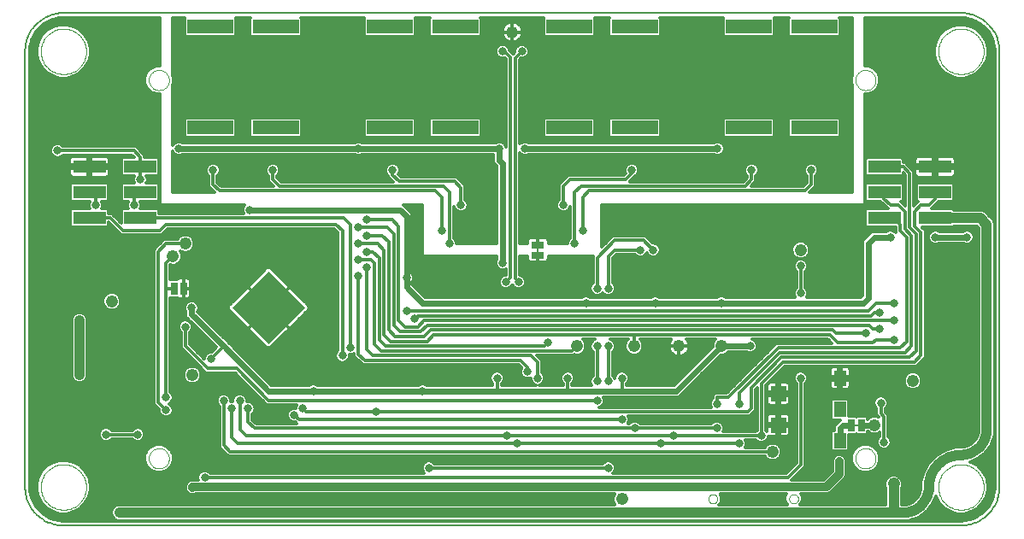
<source format=gbl>
G75*
%MOIN*%
%OFA0B0*%
%FSLAX24Y24*%
%IPPOS*%
%LPD*%
%AMOC8*
5,1,8,0,0,1.08239X$1,22.5*
%
%ADD10C,0.0050*%
%ADD11C,0.0000*%
%ADD12R,0.1260X0.0500*%
%ADD13R,0.1800X0.0550*%
%ADD14C,0.0281*%
%ADD15C,0.0354*%
%ADD16C,0.0476*%
%ADD17R,0.0472X0.0591*%
%ADD18R,0.0591X0.0591*%
%ADD19R,0.0250X0.0500*%
%ADD20C,0.0080*%
%ADD21R,0.2000X0.2000*%
%ADD22R,0.0500X0.0250*%
%ADD23C,0.0330*%
%ADD24C,0.0120*%
%ADD25C,0.0240*%
%ADD26C,0.0400*%
%ADD27C,0.0320*%
D10*
X017760Y016393D02*
X052760Y016393D01*
X052836Y016395D01*
X052912Y016401D01*
X052987Y016410D01*
X053062Y016424D01*
X053136Y016441D01*
X053209Y016462D01*
X053281Y016486D01*
X053352Y016515D01*
X053421Y016546D01*
X053488Y016581D01*
X053553Y016620D01*
X053617Y016662D01*
X053678Y016707D01*
X053737Y016755D01*
X053793Y016806D01*
X053847Y016860D01*
X053898Y016916D01*
X053946Y016975D01*
X053991Y017036D01*
X054033Y017100D01*
X054072Y017165D01*
X054107Y017232D01*
X054138Y017301D01*
X054167Y017372D01*
X054191Y017444D01*
X054212Y017517D01*
X054229Y017591D01*
X054243Y017666D01*
X054252Y017741D01*
X054258Y017817D01*
X054260Y017893D01*
X054260Y034893D01*
X054258Y034969D01*
X054252Y035045D01*
X054243Y035120D01*
X054229Y035195D01*
X054212Y035269D01*
X054191Y035342D01*
X054167Y035414D01*
X054138Y035485D01*
X054107Y035554D01*
X054072Y035621D01*
X054033Y035686D01*
X053991Y035750D01*
X053946Y035811D01*
X053898Y035870D01*
X053847Y035926D01*
X053793Y035980D01*
X053737Y036031D01*
X053678Y036079D01*
X053617Y036124D01*
X053553Y036166D01*
X053488Y036205D01*
X053421Y036240D01*
X053352Y036271D01*
X053281Y036300D01*
X053209Y036324D01*
X053136Y036345D01*
X053062Y036362D01*
X052987Y036376D01*
X052912Y036385D01*
X052836Y036391D01*
X052760Y036393D01*
X017760Y036393D01*
X017684Y036391D01*
X017608Y036385D01*
X017533Y036376D01*
X017458Y036362D01*
X017384Y036345D01*
X017311Y036324D01*
X017239Y036300D01*
X017168Y036271D01*
X017099Y036240D01*
X017032Y036205D01*
X016967Y036166D01*
X016903Y036124D01*
X016842Y036079D01*
X016783Y036031D01*
X016727Y035980D01*
X016673Y035926D01*
X016622Y035870D01*
X016574Y035811D01*
X016529Y035750D01*
X016487Y035686D01*
X016448Y035621D01*
X016413Y035554D01*
X016382Y035485D01*
X016353Y035414D01*
X016329Y035342D01*
X016308Y035269D01*
X016291Y035195D01*
X016277Y035120D01*
X016268Y035045D01*
X016262Y034969D01*
X016260Y034893D01*
X016260Y017893D01*
X016262Y017817D01*
X016268Y017741D01*
X016277Y017666D01*
X016291Y017591D01*
X016308Y017517D01*
X016329Y017444D01*
X016353Y017372D01*
X016382Y017301D01*
X016413Y017232D01*
X016448Y017165D01*
X016487Y017100D01*
X016529Y017036D01*
X016574Y016975D01*
X016622Y016916D01*
X016673Y016860D01*
X016727Y016806D01*
X016783Y016755D01*
X016842Y016707D01*
X016903Y016662D01*
X016967Y016620D01*
X017032Y016581D01*
X017099Y016546D01*
X017168Y016515D01*
X017239Y016486D01*
X017311Y016462D01*
X017384Y016441D01*
X017458Y016424D01*
X017533Y016410D01*
X017608Y016401D01*
X017684Y016395D01*
X017760Y016393D01*
D11*
X016874Y017893D02*
X016876Y017952D01*
X016882Y018011D01*
X016892Y018069D01*
X016905Y018127D01*
X016923Y018184D01*
X016944Y018239D01*
X016969Y018293D01*
X016998Y018345D01*
X017030Y018394D01*
X017065Y018442D01*
X017103Y018487D01*
X017144Y018530D01*
X017188Y018570D01*
X017234Y018606D01*
X017283Y018640D01*
X017334Y018670D01*
X017387Y018697D01*
X017442Y018720D01*
X017497Y018739D01*
X017555Y018755D01*
X017613Y018767D01*
X017671Y018775D01*
X017730Y018779D01*
X017790Y018779D01*
X017849Y018775D01*
X017907Y018767D01*
X017965Y018755D01*
X018023Y018739D01*
X018078Y018720D01*
X018133Y018697D01*
X018186Y018670D01*
X018237Y018640D01*
X018286Y018606D01*
X018332Y018570D01*
X018376Y018530D01*
X018417Y018487D01*
X018455Y018442D01*
X018490Y018394D01*
X018522Y018345D01*
X018551Y018293D01*
X018576Y018239D01*
X018597Y018184D01*
X018615Y018127D01*
X018628Y018069D01*
X018638Y018011D01*
X018644Y017952D01*
X018646Y017893D01*
X018644Y017834D01*
X018638Y017775D01*
X018628Y017717D01*
X018615Y017659D01*
X018597Y017602D01*
X018576Y017547D01*
X018551Y017493D01*
X018522Y017441D01*
X018490Y017392D01*
X018455Y017344D01*
X018417Y017299D01*
X018376Y017256D01*
X018332Y017216D01*
X018286Y017180D01*
X018237Y017146D01*
X018186Y017116D01*
X018133Y017089D01*
X018078Y017066D01*
X018023Y017047D01*
X017965Y017031D01*
X017907Y017019D01*
X017849Y017011D01*
X017790Y017007D01*
X017730Y017007D01*
X017671Y017011D01*
X017613Y017019D01*
X017555Y017031D01*
X017497Y017047D01*
X017442Y017066D01*
X017387Y017089D01*
X017334Y017116D01*
X017283Y017146D01*
X017234Y017180D01*
X017188Y017216D01*
X017144Y017256D01*
X017103Y017299D01*
X017065Y017344D01*
X017030Y017392D01*
X016998Y017441D01*
X016969Y017493D01*
X016944Y017547D01*
X016923Y017602D01*
X016905Y017659D01*
X016892Y017717D01*
X016882Y017775D01*
X016876Y017834D01*
X016874Y017893D01*
X021086Y019011D02*
X021088Y019050D01*
X021094Y019089D01*
X021104Y019127D01*
X021117Y019164D01*
X021134Y019199D01*
X021154Y019233D01*
X021178Y019264D01*
X021205Y019293D01*
X021234Y019319D01*
X021266Y019342D01*
X021300Y019362D01*
X021336Y019378D01*
X021373Y019390D01*
X021412Y019399D01*
X021451Y019404D01*
X021490Y019405D01*
X021529Y019402D01*
X021568Y019395D01*
X021605Y019384D01*
X021642Y019370D01*
X021677Y019352D01*
X021710Y019331D01*
X021741Y019306D01*
X021769Y019279D01*
X021794Y019249D01*
X021816Y019216D01*
X021835Y019182D01*
X021850Y019146D01*
X021862Y019108D01*
X021870Y019070D01*
X021874Y019031D01*
X021874Y018991D01*
X021870Y018952D01*
X021862Y018914D01*
X021850Y018876D01*
X021835Y018840D01*
X021816Y018806D01*
X021794Y018773D01*
X021769Y018743D01*
X021741Y018716D01*
X021710Y018691D01*
X021677Y018670D01*
X021642Y018652D01*
X021605Y018638D01*
X021568Y018627D01*
X021529Y018620D01*
X021490Y018617D01*
X021451Y018618D01*
X021412Y018623D01*
X021373Y018632D01*
X021336Y018644D01*
X021300Y018660D01*
X021266Y018680D01*
X021234Y018703D01*
X021205Y018729D01*
X021178Y018758D01*
X021154Y018789D01*
X021134Y018823D01*
X021117Y018858D01*
X021104Y018895D01*
X021094Y018933D01*
X021088Y018972D01*
X021086Y019011D01*
X021086Y033775D02*
X021088Y033814D01*
X021094Y033853D01*
X021104Y033891D01*
X021117Y033928D01*
X021134Y033963D01*
X021154Y033997D01*
X021178Y034028D01*
X021205Y034057D01*
X021234Y034083D01*
X021266Y034106D01*
X021300Y034126D01*
X021336Y034142D01*
X021373Y034154D01*
X021412Y034163D01*
X021451Y034168D01*
X021490Y034169D01*
X021529Y034166D01*
X021568Y034159D01*
X021605Y034148D01*
X021642Y034134D01*
X021677Y034116D01*
X021710Y034095D01*
X021741Y034070D01*
X021769Y034043D01*
X021794Y034013D01*
X021816Y033980D01*
X021835Y033946D01*
X021850Y033910D01*
X021862Y033872D01*
X021870Y033834D01*
X021874Y033795D01*
X021874Y033755D01*
X021870Y033716D01*
X021862Y033678D01*
X021850Y033640D01*
X021835Y033604D01*
X021816Y033570D01*
X021794Y033537D01*
X021769Y033507D01*
X021741Y033480D01*
X021710Y033455D01*
X021677Y033434D01*
X021642Y033416D01*
X021605Y033402D01*
X021568Y033391D01*
X021529Y033384D01*
X021490Y033381D01*
X021451Y033382D01*
X021412Y033387D01*
X021373Y033396D01*
X021336Y033408D01*
X021300Y033424D01*
X021266Y033444D01*
X021234Y033467D01*
X021205Y033493D01*
X021178Y033522D01*
X021154Y033553D01*
X021134Y033587D01*
X021117Y033622D01*
X021104Y033659D01*
X021094Y033697D01*
X021088Y033736D01*
X021086Y033775D01*
X016874Y034893D02*
X016876Y034952D01*
X016882Y035011D01*
X016892Y035069D01*
X016905Y035127D01*
X016923Y035184D01*
X016944Y035239D01*
X016969Y035293D01*
X016998Y035345D01*
X017030Y035394D01*
X017065Y035442D01*
X017103Y035487D01*
X017144Y035530D01*
X017188Y035570D01*
X017234Y035606D01*
X017283Y035640D01*
X017334Y035670D01*
X017387Y035697D01*
X017442Y035720D01*
X017497Y035739D01*
X017555Y035755D01*
X017613Y035767D01*
X017671Y035775D01*
X017730Y035779D01*
X017790Y035779D01*
X017849Y035775D01*
X017907Y035767D01*
X017965Y035755D01*
X018023Y035739D01*
X018078Y035720D01*
X018133Y035697D01*
X018186Y035670D01*
X018237Y035640D01*
X018286Y035606D01*
X018332Y035570D01*
X018376Y035530D01*
X018417Y035487D01*
X018455Y035442D01*
X018490Y035394D01*
X018522Y035345D01*
X018551Y035293D01*
X018576Y035239D01*
X018597Y035184D01*
X018615Y035127D01*
X018628Y035069D01*
X018638Y035011D01*
X018644Y034952D01*
X018646Y034893D01*
X018644Y034834D01*
X018638Y034775D01*
X018628Y034717D01*
X018615Y034659D01*
X018597Y034602D01*
X018576Y034547D01*
X018551Y034493D01*
X018522Y034441D01*
X018490Y034392D01*
X018455Y034344D01*
X018417Y034299D01*
X018376Y034256D01*
X018332Y034216D01*
X018286Y034180D01*
X018237Y034146D01*
X018186Y034116D01*
X018133Y034089D01*
X018078Y034066D01*
X018023Y034047D01*
X017965Y034031D01*
X017907Y034019D01*
X017849Y034011D01*
X017790Y034007D01*
X017730Y034007D01*
X017671Y034011D01*
X017613Y034019D01*
X017555Y034031D01*
X017497Y034047D01*
X017442Y034066D01*
X017387Y034089D01*
X017334Y034116D01*
X017283Y034146D01*
X017234Y034180D01*
X017188Y034216D01*
X017144Y034256D01*
X017103Y034299D01*
X017065Y034344D01*
X017030Y034392D01*
X016998Y034441D01*
X016969Y034493D01*
X016944Y034547D01*
X016923Y034602D01*
X016905Y034659D01*
X016892Y034717D01*
X016882Y034775D01*
X016876Y034834D01*
X016874Y034893D01*
X042911Y017435D02*
X042913Y017461D01*
X042919Y017487D01*
X042928Y017511D01*
X042941Y017534D01*
X042958Y017554D01*
X042977Y017572D01*
X042999Y017587D01*
X043022Y017598D01*
X043047Y017606D01*
X043073Y017610D01*
X043099Y017610D01*
X043125Y017606D01*
X043150Y017598D01*
X043174Y017587D01*
X043195Y017572D01*
X043214Y017554D01*
X043231Y017534D01*
X043244Y017511D01*
X043253Y017487D01*
X043259Y017461D01*
X043261Y017435D01*
X043259Y017409D01*
X043253Y017383D01*
X043244Y017359D01*
X043231Y017336D01*
X043214Y017316D01*
X043195Y017298D01*
X043173Y017283D01*
X043150Y017272D01*
X043125Y017264D01*
X043099Y017260D01*
X043073Y017260D01*
X043047Y017264D01*
X043022Y017272D01*
X042998Y017283D01*
X042977Y017298D01*
X042958Y017316D01*
X042941Y017336D01*
X042928Y017359D01*
X042919Y017383D01*
X042913Y017409D01*
X042911Y017435D01*
X046060Y017435D02*
X046062Y017461D01*
X046068Y017487D01*
X046077Y017511D01*
X046090Y017534D01*
X046107Y017554D01*
X046126Y017572D01*
X046148Y017587D01*
X046171Y017598D01*
X046196Y017606D01*
X046222Y017610D01*
X046248Y017610D01*
X046274Y017606D01*
X046299Y017598D01*
X046323Y017587D01*
X046344Y017572D01*
X046363Y017554D01*
X046380Y017534D01*
X046393Y017511D01*
X046402Y017487D01*
X046408Y017461D01*
X046410Y017435D01*
X046408Y017409D01*
X046402Y017383D01*
X046393Y017359D01*
X046380Y017336D01*
X046363Y017316D01*
X046344Y017298D01*
X046322Y017283D01*
X046299Y017272D01*
X046274Y017264D01*
X046248Y017260D01*
X046222Y017260D01*
X046196Y017264D01*
X046171Y017272D01*
X046147Y017283D01*
X046126Y017298D01*
X046107Y017316D01*
X046090Y017336D01*
X046077Y017359D01*
X046068Y017383D01*
X046062Y017409D01*
X046060Y017435D01*
X048645Y019011D02*
X048647Y019050D01*
X048653Y019089D01*
X048663Y019127D01*
X048676Y019164D01*
X048693Y019199D01*
X048713Y019233D01*
X048737Y019264D01*
X048764Y019293D01*
X048793Y019319D01*
X048825Y019342D01*
X048859Y019362D01*
X048895Y019378D01*
X048932Y019390D01*
X048971Y019399D01*
X049010Y019404D01*
X049049Y019405D01*
X049088Y019402D01*
X049127Y019395D01*
X049164Y019384D01*
X049201Y019370D01*
X049236Y019352D01*
X049269Y019331D01*
X049300Y019306D01*
X049328Y019279D01*
X049353Y019249D01*
X049375Y019216D01*
X049394Y019182D01*
X049409Y019146D01*
X049421Y019108D01*
X049429Y019070D01*
X049433Y019031D01*
X049433Y018991D01*
X049429Y018952D01*
X049421Y018914D01*
X049409Y018876D01*
X049394Y018840D01*
X049375Y018806D01*
X049353Y018773D01*
X049328Y018743D01*
X049300Y018716D01*
X049269Y018691D01*
X049236Y018670D01*
X049201Y018652D01*
X049164Y018638D01*
X049127Y018627D01*
X049088Y018620D01*
X049049Y018617D01*
X049010Y018618D01*
X048971Y018623D01*
X048932Y018632D01*
X048895Y018644D01*
X048859Y018660D01*
X048825Y018680D01*
X048793Y018703D01*
X048764Y018729D01*
X048737Y018758D01*
X048713Y018789D01*
X048693Y018823D01*
X048676Y018858D01*
X048663Y018895D01*
X048653Y018933D01*
X048647Y018972D01*
X048645Y019011D01*
X051874Y017893D02*
X051876Y017952D01*
X051882Y018011D01*
X051892Y018069D01*
X051905Y018127D01*
X051923Y018184D01*
X051944Y018239D01*
X051969Y018293D01*
X051998Y018345D01*
X052030Y018394D01*
X052065Y018442D01*
X052103Y018487D01*
X052144Y018530D01*
X052188Y018570D01*
X052234Y018606D01*
X052283Y018640D01*
X052334Y018670D01*
X052387Y018697D01*
X052442Y018720D01*
X052497Y018739D01*
X052555Y018755D01*
X052613Y018767D01*
X052671Y018775D01*
X052730Y018779D01*
X052790Y018779D01*
X052849Y018775D01*
X052907Y018767D01*
X052965Y018755D01*
X053023Y018739D01*
X053078Y018720D01*
X053133Y018697D01*
X053186Y018670D01*
X053237Y018640D01*
X053286Y018606D01*
X053332Y018570D01*
X053376Y018530D01*
X053417Y018487D01*
X053455Y018442D01*
X053490Y018394D01*
X053522Y018345D01*
X053551Y018293D01*
X053576Y018239D01*
X053597Y018184D01*
X053615Y018127D01*
X053628Y018069D01*
X053638Y018011D01*
X053644Y017952D01*
X053646Y017893D01*
X053644Y017834D01*
X053638Y017775D01*
X053628Y017717D01*
X053615Y017659D01*
X053597Y017602D01*
X053576Y017547D01*
X053551Y017493D01*
X053522Y017441D01*
X053490Y017392D01*
X053455Y017344D01*
X053417Y017299D01*
X053376Y017256D01*
X053332Y017216D01*
X053286Y017180D01*
X053237Y017146D01*
X053186Y017116D01*
X053133Y017089D01*
X053078Y017066D01*
X053023Y017047D01*
X052965Y017031D01*
X052907Y017019D01*
X052849Y017011D01*
X052790Y017007D01*
X052730Y017007D01*
X052671Y017011D01*
X052613Y017019D01*
X052555Y017031D01*
X052497Y017047D01*
X052442Y017066D01*
X052387Y017089D01*
X052334Y017116D01*
X052283Y017146D01*
X052234Y017180D01*
X052188Y017216D01*
X052144Y017256D01*
X052103Y017299D01*
X052065Y017344D01*
X052030Y017392D01*
X051998Y017441D01*
X051969Y017493D01*
X051944Y017547D01*
X051923Y017602D01*
X051905Y017659D01*
X051892Y017717D01*
X051882Y017775D01*
X051876Y017834D01*
X051874Y017893D01*
X048645Y033775D02*
X048647Y033814D01*
X048653Y033853D01*
X048663Y033891D01*
X048676Y033928D01*
X048693Y033963D01*
X048713Y033997D01*
X048737Y034028D01*
X048764Y034057D01*
X048793Y034083D01*
X048825Y034106D01*
X048859Y034126D01*
X048895Y034142D01*
X048932Y034154D01*
X048971Y034163D01*
X049010Y034168D01*
X049049Y034169D01*
X049088Y034166D01*
X049127Y034159D01*
X049164Y034148D01*
X049201Y034134D01*
X049236Y034116D01*
X049269Y034095D01*
X049300Y034070D01*
X049328Y034043D01*
X049353Y034013D01*
X049375Y033980D01*
X049394Y033946D01*
X049409Y033910D01*
X049421Y033872D01*
X049429Y033834D01*
X049433Y033795D01*
X049433Y033755D01*
X049429Y033716D01*
X049421Y033678D01*
X049409Y033640D01*
X049394Y033604D01*
X049375Y033570D01*
X049353Y033537D01*
X049328Y033507D01*
X049300Y033480D01*
X049269Y033455D01*
X049236Y033434D01*
X049201Y033416D01*
X049164Y033402D01*
X049127Y033391D01*
X049088Y033384D01*
X049049Y033381D01*
X049010Y033382D01*
X048971Y033387D01*
X048932Y033396D01*
X048895Y033408D01*
X048859Y033424D01*
X048825Y033444D01*
X048793Y033467D01*
X048764Y033493D01*
X048737Y033522D01*
X048713Y033553D01*
X048693Y033587D01*
X048676Y033622D01*
X048663Y033659D01*
X048653Y033697D01*
X048647Y033736D01*
X048645Y033775D01*
X051874Y034893D02*
X051876Y034952D01*
X051882Y035011D01*
X051892Y035069D01*
X051905Y035127D01*
X051923Y035184D01*
X051944Y035239D01*
X051969Y035293D01*
X051998Y035345D01*
X052030Y035394D01*
X052065Y035442D01*
X052103Y035487D01*
X052144Y035530D01*
X052188Y035570D01*
X052234Y035606D01*
X052283Y035640D01*
X052334Y035670D01*
X052387Y035697D01*
X052442Y035720D01*
X052497Y035739D01*
X052555Y035755D01*
X052613Y035767D01*
X052671Y035775D01*
X052730Y035779D01*
X052790Y035779D01*
X052849Y035775D01*
X052907Y035767D01*
X052965Y035755D01*
X053023Y035739D01*
X053078Y035720D01*
X053133Y035697D01*
X053186Y035670D01*
X053237Y035640D01*
X053286Y035606D01*
X053332Y035570D01*
X053376Y035530D01*
X053417Y035487D01*
X053455Y035442D01*
X053490Y035394D01*
X053522Y035345D01*
X053551Y035293D01*
X053576Y035239D01*
X053597Y035184D01*
X053615Y035127D01*
X053628Y035069D01*
X053638Y035011D01*
X053644Y034952D01*
X053646Y034893D01*
X053644Y034834D01*
X053638Y034775D01*
X053628Y034717D01*
X053615Y034659D01*
X053597Y034602D01*
X053576Y034547D01*
X053551Y034493D01*
X053522Y034441D01*
X053490Y034392D01*
X053455Y034344D01*
X053417Y034299D01*
X053376Y034256D01*
X053332Y034216D01*
X053286Y034180D01*
X053237Y034146D01*
X053186Y034116D01*
X053133Y034089D01*
X053078Y034066D01*
X053023Y034047D01*
X052965Y034031D01*
X052907Y034019D01*
X052849Y034011D01*
X052790Y034007D01*
X052730Y034007D01*
X052671Y034011D01*
X052613Y034019D01*
X052555Y034031D01*
X052497Y034047D01*
X052442Y034066D01*
X052387Y034089D01*
X052334Y034116D01*
X052283Y034146D01*
X052234Y034180D01*
X052188Y034216D01*
X052144Y034256D01*
X052103Y034299D01*
X052065Y034344D01*
X052030Y034392D01*
X051998Y034441D01*
X051969Y034493D01*
X051944Y034547D01*
X051923Y034602D01*
X051905Y034659D01*
X051892Y034717D01*
X051882Y034775D01*
X051876Y034834D01*
X051874Y034893D01*
D12*
X051752Y030393D03*
X051752Y029393D03*
X051752Y028393D03*
X049767Y028393D03*
X049767Y029393D03*
X049767Y030393D03*
X020752Y030393D03*
X020752Y029393D03*
X020752Y028393D03*
X018767Y028393D03*
X018767Y029393D03*
X018767Y030393D03*
D13*
X023480Y031918D03*
X026039Y031918D03*
X030480Y031918D03*
X033039Y031918D03*
X037480Y031918D03*
X040039Y031918D03*
X044480Y031918D03*
X047039Y031918D03*
X047039Y035868D03*
X044480Y035868D03*
X040039Y035868D03*
X037480Y035868D03*
X033039Y035868D03*
X030480Y035868D03*
X026039Y035868D03*
X023480Y035868D03*
D14*
X017776Y024684D02*
X017776Y024472D01*
X017776Y024684D02*
X017870Y024684D01*
X017870Y024472D01*
X017776Y024472D01*
X017776Y022715D02*
X017776Y022503D01*
X017776Y022715D02*
X017870Y022715D01*
X017870Y022503D01*
X017776Y022503D01*
D15*
X016888Y022215D02*
X016632Y022215D01*
X016632Y024971D02*
X016888Y024971D01*
D16*
X019646Y025143D03*
X022032Y026893D03*
X022510Y027393D03*
X022782Y022268D03*
X037785Y023393D03*
X040010Y023393D03*
X041760Y023393D03*
X043416Y023393D03*
X045409Y019268D03*
X049385Y020309D03*
X050884Y022043D03*
X050135Y018018D03*
X039535Y017418D03*
X046510Y027143D03*
X035260Y035643D03*
D17*
X048039Y022141D03*
X048039Y020921D03*
X048039Y019700D03*
D18*
X045637Y020311D03*
X045637Y021531D03*
D19*
X048497Y020309D03*
X048897Y020309D03*
X022437Y025643D03*
X022082Y025643D03*
D20*
X036260Y026993D02*
X036260Y027293D01*
X048547Y020309D02*
X048847Y020309D01*
D21*
G36*
X027174Y024893D02*
X025760Y023479D01*
X024346Y024893D01*
X025760Y026307D01*
X027174Y024893D01*
G37*
D22*
X036260Y026943D03*
X036260Y027343D03*
D23*
X037035Y026231D03*
X036260Y025543D03*
X035510Y025893D03*
X035010Y025893D03*
X034885Y026643D03*
X032822Y027393D03*
X032510Y027893D03*
X031597Y028293D03*
X033260Y028893D03*
X034260Y030393D03*
X034760Y031103D03*
X035760Y031103D03*
X036260Y030393D03*
X037260Y028893D03*
X038010Y027893D03*
X037697Y027393D03*
X039510Y028393D03*
X040760Y028393D03*
X042010Y028393D03*
X043260Y028393D03*
X043260Y027643D03*
X044510Y027643D03*
X044510Y028393D03*
X045760Y028393D03*
X045760Y027643D03*
X047010Y027643D03*
X047010Y028393D03*
X048260Y028393D03*
X048260Y027643D03*
X050010Y027643D03*
X051760Y027643D03*
X052994Y027643D03*
X052510Y025893D03*
X050157Y025081D03*
X049572Y024706D03*
X049572Y024081D03*
X049050Y023893D03*
X050157Y023643D03*
X050157Y024393D03*
X051635Y023768D03*
X051635Y023018D03*
X051635Y022268D03*
X049635Y021175D03*
X049760Y019643D03*
X051385Y019268D03*
X052660Y020693D03*
X048010Y018893D03*
X047135Y018768D03*
X045635Y018768D03*
X044976Y019893D03*
X044110Y019593D03*
X043697Y020193D03*
X043243Y020193D03*
X043243Y021143D03*
X044110Y021143D03*
X043260Y022643D03*
X044543Y023393D03*
X046510Y022143D03*
X047135Y022018D03*
X047135Y020268D03*
X044135Y018768D03*
X042760Y018768D03*
X041535Y019893D03*
X041035Y019593D03*
X040035Y020193D03*
X039535Y020518D03*
X038572Y021268D03*
X038572Y022018D03*
X039010Y022018D03*
X039535Y022143D03*
X040010Y022643D03*
X039010Y023393D03*
X038572Y023393D03*
X037760Y022643D03*
X037425Y022143D03*
X036244Y022143D03*
X035850Y022393D03*
X034669Y022143D03*
X036637Y023518D03*
X038135Y025081D03*
X038572Y025643D03*
X039010Y025643D03*
X040844Y025081D03*
X042010Y025643D03*
X043416Y025081D03*
X046510Y025456D03*
X046510Y026518D03*
X046925Y030268D03*
X044594Y030268D03*
X043260Y031103D03*
X042260Y030393D03*
X039925Y030268D03*
X042260Y032393D03*
X042260Y034893D03*
X045760Y033893D03*
X051010Y032143D03*
X052660Y032093D03*
X040760Y027143D03*
X040260Y027143D03*
X032347Y025543D03*
X031135Y026059D03*
X031597Y026793D03*
X029572Y027081D03*
X029260Y027393D03*
X029572Y027706D03*
X029260Y028018D03*
X029572Y028331D03*
X029260Y026768D03*
X029572Y026456D03*
X029260Y026143D03*
X031135Y024768D03*
X031447Y024456D03*
X028947Y023331D03*
X028635Y023018D03*
X027510Y022268D03*
X027510Y021643D03*
X027085Y020956D03*
X026760Y020706D03*
X025760Y020768D03*
X024960Y020956D03*
X024635Y021268D03*
X024310Y020956D03*
X024010Y021268D03*
X021760Y021393D03*
X021760Y020893D03*
X020657Y019943D03*
X019422Y019943D03*
X017860Y020693D03*
X018385Y022268D03*
X018385Y024393D03*
X020760Y024893D03*
X022510Y024143D03*
X022760Y024893D03*
X023510Y022893D03*
X019510Y026393D03*
X017860Y026393D03*
X019010Y028893D03*
X020510Y028893D03*
X020760Y029893D03*
X022260Y031103D03*
X023594Y030268D03*
X025010Y028706D03*
X024635Y027831D03*
X025760Y027768D03*
X025925Y030268D03*
X028260Y030393D03*
X029260Y031103D03*
X030594Y030268D03*
X028260Y032393D03*
X028260Y034893D03*
X024760Y033893D03*
X019510Y032143D03*
X017860Y032093D03*
X017525Y031018D03*
X031760Y033893D03*
X034885Y034905D03*
X035634Y034893D03*
X038760Y033893D03*
X031760Y021643D03*
X029957Y020831D03*
X029510Y018768D03*
X029510Y017393D03*
X032010Y018643D03*
X032760Y017393D03*
X035260Y017393D03*
X037760Y017393D03*
X039010Y018643D03*
X035456Y019593D03*
X035063Y019893D03*
X026260Y018768D03*
X026260Y017393D03*
X023271Y018268D03*
X022782Y017871D03*
X019936Y016893D03*
X044135Y017393D03*
X045635Y017393D03*
X048635Y016893D03*
D24*
X049825Y017203D02*
X049825Y017857D01*
X049786Y017949D01*
X049786Y018088D01*
X049839Y018215D01*
X049937Y018313D01*
X050065Y018366D01*
X050204Y018366D01*
X050332Y018313D01*
X050430Y018215D01*
X050483Y018088D01*
X050483Y017949D01*
X050445Y017857D01*
X050445Y017203D01*
X050510Y017203D01*
X050617Y017212D01*
X050823Y017279D01*
X050997Y017405D01*
X051124Y017580D01*
X051191Y017785D01*
X051200Y017893D01*
X051200Y018099D01*
X051306Y018495D01*
X051511Y018851D01*
X051511Y018851D01*
X051802Y019142D01*
X051802Y019142D01*
X052157Y019347D01*
X052157Y019347D01*
X052554Y019453D01*
X052760Y019453D01*
X052867Y019462D01*
X053073Y019529D01*
X053247Y019655D01*
X053374Y019830D01*
X049962Y019830D01*
X049993Y019799D02*
X049930Y019862D01*
X049930Y020714D01*
X049830Y020813D01*
X049805Y020839D01*
X049805Y020956D01*
X049868Y021019D01*
X049910Y021120D01*
X049910Y021230D01*
X049868Y021331D01*
X049790Y021408D01*
X049689Y021450D01*
X049580Y021450D01*
X049479Y021408D01*
X049401Y021331D01*
X049360Y021230D01*
X049360Y021120D01*
X049401Y021019D01*
X049465Y020956D01*
X049465Y020698D01*
X049542Y020620D01*
X049454Y020657D01*
X049315Y020657D01*
X049187Y020604D01*
X049132Y020548D01*
X049132Y020604D01*
X049068Y020669D01*
X048726Y020669D01*
X048697Y020639D01*
X048668Y020669D01*
X048385Y020669D01*
X048385Y021262D01*
X048321Y021326D01*
X047757Y021326D01*
X047693Y021262D01*
X047693Y020580D01*
X047757Y020516D01*
X048046Y020516D01*
X047944Y020414D01*
X047809Y020279D01*
X047809Y020106D01*
X047757Y020106D01*
X047693Y020041D01*
X047693Y019360D01*
X047757Y019295D01*
X048321Y019295D01*
X048385Y019360D01*
X048385Y019949D01*
X048668Y019949D01*
X048697Y019978D01*
X048726Y019949D01*
X049068Y019949D01*
X049132Y020013D01*
X049132Y020069D01*
X049187Y020014D01*
X049315Y019961D01*
X049454Y019961D01*
X049582Y020014D01*
X049590Y020021D01*
X049590Y019862D01*
X049526Y019799D01*
X049485Y019698D01*
X049485Y019589D01*
X049526Y019488D01*
X049604Y019410D01*
X049705Y019368D01*
X049814Y019368D01*
X049915Y019410D01*
X049993Y019488D01*
X050035Y019589D01*
X050035Y019698D01*
X049993Y019799D01*
X050029Y019711D02*
X053288Y019711D01*
X053374Y019830D02*
X053441Y020035D01*
X053450Y020143D01*
X053450Y028015D01*
X053381Y028083D01*
X052477Y028083D01*
X052427Y028033D01*
X051235Y028033D01*
X051267Y028001D01*
X051367Y027901D01*
X051367Y022948D01*
X051117Y022698D01*
X051017Y022598D01*
X045892Y022598D01*
X045255Y021961D01*
X045280Y021975D01*
X045321Y021986D01*
X045577Y021986D01*
X045577Y021591D01*
X045577Y021471D01*
X045182Y021471D01*
X045182Y021215D01*
X045193Y021174D01*
X045214Y021138D01*
X045244Y021108D01*
X045280Y021087D01*
X045321Y021076D01*
X045577Y021076D01*
X045577Y021471D01*
X045697Y021471D01*
X045697Y021076D01*
X045954Y021076D01*
X045994Y021087D01*
X046031Y021108D01*
X046061Y021138D01*
X046082Y021174D01*
X046093Y021215D01*
X046093Y021471D01*
X045697Y021471D01*
X045697Y021591D01*
X045577Y021591D01*
X045182Y021591D01*
X045182Y021847D01*
X045193Y021888D01*
X045208Y021914D01*
X045146Y021852D01*
X045146Y020112D01*
X045182Y020076D01*
X045182Y020251D01*
X045577Y020251D01*
X045577Y020371D01*
X045182Y020371D01*
X045182Y020627D01*
X045193Y020668D01*
X045214Y020704D01*
X045244Y020734D01*
X045280Y020755D01*
X045321Y020766D01*
X045577Y020766D01*
X045577Y020371D01*
X045697Y020371D01*
X045697Y020766D01*
X045954Y020766D01*
X045994Y020755D01*
X046031Y020734D01*
X046061Y020704D01*
X046082Y020668D01*
X046093Y020627D01*
X046093Y020371D01*
X045697Y020371D01*
X045697Y020251D01*
X045697Y019855D01*
X045954Y019855D01*
X045994Y019866D01*
X046031Y019887D01*
X046061Y019917D01*
X046082Y019954D01*
X046093Y019994D01*
X046093Y020251D01*
X045697Y020251D01*
X045577Y020251D01*
X045577Y019855D01*
X045321Y019855D01*
X045280Y019866D01*
X045251Y019883D01*
X045251Y019839D01*
X045209Y019738D01*
X045131Y019660D01*
X045030Y019618D01*
X044921Y019618D01*
X044820Y019660D01*
X044757Y019723D01*
X044353Y019723D01*
X044385Y019648D01*
X044385Y019539D01*
X044343Y019438D01*
X045102Y019438D01*
X045114Y019465D01*
X045212Y019563D01*
X045339Y019616D01*
X045478Y019616D01*
X045606Y019563D01*
X045704Y019465D01*
X045757Y019338D01*
X045757Y019199D01*
X045704Y019071D01*
X045606Y018973D01*
X045478Y018920D01*
X045339Y018920D01*
X045212Y018973D01*
X045114Y019071D01*
X045102Y019098D01*
X024189Y019098D01*
X024090Y019198D01*
X023840Y019448D01*
X023840Y021049D01*
X023776Y021113D01*
X023735Y021214D01*
X023735Y021323D01*
X023776Y021424D01*
X023854Y021501D01*
X023955Y021543D01*
X024064Y021543D01*
X024165Y021501D01*
X024243Y021424D01*
X024285Y021323D01*
X024285Y021231D01*
X024360Y021231D01*
X024360Y021323D01*
X024401Y021424D01*
X024479Y021501D01*
X024580Y021543D01*
X024689Y021543D01*
X024790Y021501D01*
X024868Y021424D01*
X024910Y021323D01*
X024910Y021231D01*
X025014Y021231D01*
X025115Y021189D01*
X025193Y021112D01*
X025235Y021011D01*
X025235Y020901D01*
X025193Y020800D01*
X025130Y020737D01*
X025130Y020514D01*
X025280Y020363D01*
X026862Y020363D01*
X026794Y020431D01*
X026705Y020431D01*
X026604Y020473D01*
X026526Y020550D01*
X026485Y020651D01*
X026485Y020761D01*
X026526Y020862D01*
X026604Y020939D01*
X026705Y020981D01*
X026810Y020981D01*
X026810Y021011D01*
X026846Y021098D01*
X025689Y021098D01*
X025590Y021198D01*
X024439Y022348D01*
X023314Y022348D01*
X023215Y022448D01*
X022340Y023323D01*
X022340Y023924D01*
X022276Y023988D01*
X022235Y024089D01*
X022235Y024198D01*
X022276Y024299D01*
X022354Y024376D01*
X022455Y024418D01*
X022564Y024418D01*
X022665Y024376D01*
X022743Y024299D01*
X022785Y024198D01*
X022785Y024089D01*
X022743Y023988D01*
X022680Y023924D01*
X022680Y023464D01*
X023235Y022909D01*
X023235Y022948D01*
X023276Y023049D01*
X023354Y023126D01*
X023455Y023168D01*
X023544Y023168D01*
X023727Y023351D01*
X022530Y024548D01*
X022530Y024734D01*
X022526Y024738D01*
X022485Y024839D01*
X022485Y024948D01*
X022526Y025049D01*
X022604Y025126D01*
X022705Y025168D01*
X022814Y025168D01*
X022915Y025126D01*
X022993Y025049D01*
X023035Y024948D01*
X023035Y024839D01*
X022993Y024738D01*
X022992Y024736D01*
X024105Y023623D01*
X025855Y021873D01*
X027351Y021873D01*
X027354Y021876D01*
X027455Y021918D01*
X027564Y021918D01*
X027665Y021876D01*
X027668Y021873D01*
X031601Y021873D01*
X031604Y021876D01*
X031705Y021918D01*
X031814Y021918D01*
X031915Y021876D01*
X031918Y021873D01*
X034499Y021873D01*
X034499Y021924D01*
X034436Y021988D01*
X034394Y022089D01*
X034394Y022198D01*
X034436Y022299D01*
X034513Y022376D01*
X034614Y022418D01*
X034724Y022418D01*
X034825Y022376D01*
X034902Y022299D01*
X034944Y022198D01*
X034944Y022089D01*
X034902Y021988D01*
X034839Y021924D01*
X034839Y021873D01*
X036177Y021873D01*
X036088Y021910D01*
X036011Y021988D01*
X035969Y022089D01*
X035969Y022145D01*
X035905Y022118D01*
X035795Y022118D01*
X035694Y022160D01*
X035617Y022238D01*
X035575Y022339D01*
X035575Y022448D01*
X035617Y022549D01*
X035629Y022561D01*
X035530Y022661D01*
X029439Y022661D01*
X029189Y022911D01*
X028888Y022911D01*
X028868Y022863D02*
X028910Y022964D01*
X028910Y023056D01*
X029002Y023056D01*
X029090Y023092D01*
X029090Y023010D01*
X029189Y022911D01*
X029090Y023029D02*
X028910Y023029D01*
X028868Y022863D02*
X028790Y022785D01*
X028689Y022743D01*
X028580Y022743D01*
X028479Y022785D01*
X028401Y022863D01*
X028360Y022964D01*
X028360Y023073D01*
X028401Y023174D01*
X028465Y023237D01*
X028465Y027823D01*
X028314Y027973D01*
X021830Y027973D01*
X021680Y027823D01*
X021580Y027723D01*
X020002Y027723D01*
X019507Y028218D01*
X019507Y028098D01*
X019443Y028033D01*
X018092Y028033D01*
X018027Y028098D01*
X018027Y028689D01*
X018092Y028753D01*
X018770Y028753D01*
X018735Y028839D01*
X018735Y028948D01*
X018770Y029033D01*
X018092Y029033D01*
X018027Y029098D01*
X018027Y029689D01*
X018092Y029753D01*
X019443Y029753D01*
X019507Y029689D01*
X019507Y029098D01*
X019443Y029033D01*
X019249Y029033D01*
X019285Y028948D01*
X019285Y028839D01*
X019249Y028753D01*
X019443Y028753D01*
X019507Y028689D01*
X019507Y028563D01*
X019642Y028563D01*
X020012Y028194D01*
X020012Y028689D01*
X020076Y028753D01*
X020270Y028753D01*
X020235Y028839D01*
X020235Y028948D01*
X020270Y029033D01*
X020076Y029033D01*
X020012Y029098D01*
X020012Y029689D01*
X020076Y029753D01*
X020520Y029753D01*
X020485Y029839D01*
X020485Y029948D01*
X020520Y030033D01*
X020076Y030033D01*
X020012Y030098D01*
X020012Y030689D01*
X020076Y030753D01*
X020526Y030753D01*
X020431Y030848D01*
X017744Y030848D01*
X017681Y030785D01*
X017580Y030743D01*
X017470Y030743D01*
X017369Y030785D01*
X017292Y030863D01*
X017250Y030964D01*
X017250Y031073D01*
X017292Y031174D01*
X017369Y031251D01*
X017470Y031293D01*
X017580Y031293D01*
X017681Y031251D01*
X017744Y031188D01*
X020572Y031188D01*
X020672Y031089D01*
X020922Y030839D01*
X020922Y030753D01*
X021427Y030753D01*
X021492Y030689D01*
X021492Y030098D01*
X021427Y030033D01*
X020999Y030033D01*
X021035Y029948D01*
X021035Y029839D01*
X020999Y029753D01*
X021427Y029753D01*
X021492Y029689D01*
X021492Y029098D01*
X021427Y029033D01*
X020749Y029033D01*
X020785Y028948D01*
X020785Y028839D01*
X020749Y028753D01*
X021427Y028753D01*
X021492Y028689D01*
X021492Y028563D01*
X024771Y028563D01*
X024735Y028651D01*
X024735Y028761D01*
X024776Y028862D01*
X024808Y028893D01*
X021510Y028893D01*
X021510Y033221D01*
X021370Y033221D01*
X021166Y033306D01*
X021011Y033462D01*
X020926Y033665D01*
X020926Y033885D01*
X021011Y034089D01*
X021166Y034245D01*
X021370Y034329D01*
X021510Y034329D01*
X021510Y036208D01*
X017760Y036208D01*
X017588Y036197D01*
X017256Y036108D01*
X016959Y035937D01*
X016716Y035694D01*
X016545Y035397D01*
X016456Y035065D01*
X016445Y034893D01*
X016445Y017893D01*
X016456Y017722D01*
X016545Y017390D01*
X016716Y017093D01*
X016959Y016850D01*
X017256Y016678D01*
X017588Y016590D01*
X017760Y016578D01*
X052760Y016578D01*
X052931Y016590D01*
X053263Y016678D01*
X053560Y016850D01*
X053803Y017093D01*
X053974Y017390D01*
X054063Y017722D01*
X054063Y017722D01*
X054075Y017893D01*
X054075Y034893D01*
X054063Y035065D01*
X053974Y035397D01*
X053803Y035694D01*
X053560Y035937D01*
X053263Y036108D01*
X052931Y036197D01*
X052760Y036208D01*
X049010Y036208D01*
X049010Y034329D01*
X049149Y034329D01*
X049353Y034245D01*
X049508Y034089D01*
X049593Y033885D01*
X049593Y033665D01*
X049508Y033462D01*
X049353Y033306D01*
X049149Y033221D01*
X049010Y033221D01*
X049010Y028893D01*
X038760Y028893D01*
X038760Y027259D01*
X039090Y027589D01*
X039189Y027688D01*
X040455Y027688D01*
X040725Y027418D01*
X040814Y027418D01*
X040915Y027376D01*
X040993Y027299D01*
X041035Y027198D01*
X041035Y027089D01*
X040993Y026988D01*
X040915Y026910D01*
X040814Y026868D01*
X040705Y026868D01*
X040604Y026910D01*
X040526Y026988D01*
X040510Y027028D01*
X040493Y026988D01*
X040415Y026910D01*
X040314Y026868D01*
X040205Y026868D01*
X040104Y026910D01*
X040041Y026973D01*
X039330Y026973D01*
X039180Y026823D01*
X039180Y025862D01*
X039243Y025799D01*
X039285Y025698D01*
X039285Y025589D01*
X039243Y025488D01*
X039165Y025410D01*
X039064Y025368D01*
X038955Y025368D01*
X038854Y025410D01*
X038791Y025473D01*
X038728Y025410D01*
X038627Y025368D01*
X038517Y025368D01*
X038416Y025410D01*
X038339Y025488D01*
X038297Y025589D01*
X038297Y025698D01*
X038339Y025799D01*
X038402Y025862D01*
X038402Y026893D01*
X036670Y026893D01*
X036670Y026797D01*
X036659Y026757D01*
X036638Y026720D01*
X036608Y026690D01*
X036571Y026669D01*
X036531Y026658D01*
X036262Y026658D01*
X036262Y026843D01*
X036257Y026843D01*
X036257Y026658D01*
X035988Y026658D01*
X035948Y026669D01*
X035911Y026690D01*
X035881Y026720D01*
X035860Y026757D01*
X035850Y026797D01*
X035850Y026893D01*
X035555Y026893D01*
X035555Y026168D01*
X035564Y026168D01*
X035665Y026126D01*
X035743Y026049D01*
X035785Y025948D01*
X035785Y025839D01*
X035743Y025738D01*
X035665Y025660D01*
X035564Y025618D01*
X035455Y025618D01*
X035354Y025660D01*
X035276Y025738D01*
X035260Y025778D01*
X035243Y025738D01*
X035165Y025660D01*
X035064Y025618D01*
X034955Y025618D01*
X034854Y025660D01*
X034776Y025738D01*
X034735Y025839D01*
X034735Y025948D01*
X034776Y026049D01*
X034854Y026126D01*
X034955Y026168D01*
X035027Y026168D01*
X035027Y026405D01*
X034939Y026368D01*
X034830Y026368D01*
X034729Y026410D01*
X034651Y026488D01*
X034610Y026589D01*
X034610Y026698D01*
X034651Y026799D01*
X034655Y026802D01*
X034655Y026893D01*
X031760Y026893D01*
X031760Y028893D01*
X031022Y028893D01*
X031115Y028801D01*
X031365Y028551D01*
X031365Y026218D01*
X031368Y026214D01*
X031410Y026113D01*
X031410Y026004D01*
X031368Y025903D01*
X031365Y025900D01*
X031365Y025801D01*
X031855Y025311D01*
X037976Y025311D01*
X037979Y025314D01*
X038080Y025356D01*
X038189Y025356D01*
X038290Y025314D01*
X038293Y025311D01*
X040685Y025311D01*
X040688Y025314D01*
X040789Y025356D01*
X040899Y025356D01*
X041000Y025314D01*
X041003Y025311D01*
X043257Y025311D01*
X043260Y025314D01*
X043361Y025356D01*
X043470Y025356D01*
X043572Y025314D01*
X043575Y025311D01*
X046272Y025311D01*
X046235Y025401D01*
X046235Y025511D01*
X046276Y025612D01*
X046340Y025675D01*
X046340Y026299D01*
X046276Y026363D01*
X046235Y026464D01*
X046235Y026573D01*
X046276Y026674D01*
X046354Y026751D01*
X046455Y026793D01*
X046564Y026793D01*
X046665Y026751D01*
X046743Y026674D01*
X046785Y026573D01*
X046785Y026464D01*
X046743Y026363D01*
X046680Y026299D01*
X046680Y025675D01*
X046743Y025612D01*
X046785Y025511D01*
X046785Y025401D01*
X046747Y025311D01*
X048852Y025311D01*
X048905Y025364D01*
X048905Y027489D01*
X049039Y027623D01*
X049289Y027873D01*
X049851Y027873D01*
X049854Y027876D01*
X049955Y027918D01*
X050064Y027918D01*
X050165Y027876D01*
X050215Y027827D01*
X050215Y028033D01*
X049092Y028033D01*
X049027Y028098D01*
X049027Y028689D01*
X049092Y028753D01*
X049909Y028753D01*
X049840Y028823D01*
X049629Y029033D01*
X049092Y029033D01*
X049027Y029098D01*
X049027Y029689D01*
X049092Y029753D01*
X050443Y029753D01*
X050507Y029689D01*
X050507Y029098D01*
X050443Y029033D01*
X050422Y029033D01*
X050590Y028866D01*
X050590Y030073D01*
X050507Y030155D01*
X050507Y030098D01*
X050443Y030033D01*
X049092Y030033D01*
X049027Y030098D01*
X049027Y030689D01*
X049092Y030753D01*
X050443Y030753D01*
X050507Y030689D01*
X050507Y030563D01*
X050580Y030563D01*
X050830Y030313D01*
X050930Y030214D01*
X050930Y028866D01*
X051097Y029033D01*
X051076Y029033D01*
X051012Y029098D01*
X051012Y029689D01*
X051076Y029753D01*
X052427Y029753D01*
X052492Y029689D01*
X052492Y029098D01*
X052427Y029033D01*
X051882Y029033D01*
X051672Y028823D01*
X051602Y028753D01*
X052427Y028753D01*
X052477Y028703D01*
X053571Y028703D01*
X053685Y028656D01*
X053772Y028569D01*
X054022Y028319D01*
X054070Y028205D01*
X054070Y019936D01*
X053941Y019541D01*
X053941Y019541D01*
X053697Y019205D01*
X053697Y019205D01*
X053362Y018962D01*
X053362Y018962D01*
X053114Y018881D01*
X053163Y018868D01*
X053402Y018730D01*
X053596Y018535D01*
X053734Y018297D01*
X053805Y018031D01*
X053805Y017756D01*
X053734Y017490D01*
X053596Y017251D01*
X053402Y017056D01*
X053163Y016919D01*
X052897Y016847D01*
X052622Y016847D01*
X052356Y016919D01*
X052117Y017056D01*
X051923Y017251D01*
X051785Y017490D01*
X051772Y017539D01*
X051691Y017291D01*
X051691Y017291D01*
X051447Y016955D01*
X051447Y016955D01*
X051112Y016712D01*
X051112Y016712D01*
X050717Y016583D01*
X019874Y016583D01*
X019760Y016631D01*
X019673Y016718D01*
X019626Y016832D01*
X019626Y016955D01*
X019673Y017069D01*
X019760Y017156D01*
X019874Y017203D01*
X039257Y017203D01*
X039239Y017221D01*
X039186Y017349D01*
X039186Y017488D01*
X039239Y017615D01*
X039247Y017623D01*
X022902Y017623D01*
X022836Y017596D01*
X022727Y017596D01*
X022626Y017638D01*
X022549Y017715D01*
X022507Y017816D01*
X022507Y017926D01*
X022512Y017938D01*
X022512Y017947D01*
X022553Y018046D01*
X022629Y018122D01*
X022728Y018163D01*
X023017Y018163D01*
X022996Y018214D01*
X022996Y018323D01*
X023038Y018424D01*
X023116Y018501D01*
X023217Y018543D01*
X023326Y018543D01*
X023427Y018501D01*
X023490Y018438D01*
X031826Y018438D01*
X031776Y018488D01*
X031735Y018589D01*
X031735Y018698D01*
X031776Y018799D01*
X031854Y018876D01*
X031955Y018918D01*
X032064Y018918D01*
X032165Y018876D01*
X032228Y018813D01*
X038791Y018813D01*
X038854Y018876D01*
X038955Y018918D01*
X039064Y018918D01*
X039165Y018876D01*
X039243Y018799D01*
X039285Y018698D01*
X039285Y018589D01*
X039243Y018488D01*
X039193Y018438D01*
X045939Y018438D01*
X046340Y018839D01*
X046340Y021924D01*
X046276Y021988D01*
X046235Y022089D01*
X046235Y022198D01*
X046276Y022299D01*
X046354Y022376D01*
X046455Y022418D01*
X046564Y022418D01*
X046665Y022376D01*
X046743Y022299D01*
X046785Y022198D01*
X046785Y022089D01*
X046743Y021988D01*
X046680Y021924D01*
X046680Y018698D01*
X046580Y018598D01*
X046145Y018163D01*
X047398Y018163D01*
X047740Y018505D01*
X047740Y018827D01*
X047735Y018839D01*
X047735Y018948D01*
X047776Y019049D01*
X047854Y019126D01*
X047955Y019168D01*
X048064Y019168D01*
X048165Y019126D01*
X048243Y019049D01*
X048285Y018948D01*
X048285Y018839D01*
X048280Y018827D01*
X048280Y018340D01*
X048238Y018240D01*
X048162Y018164D01*
X047662Y017664D01*
X047563Y017623D01*
X046520Y017623D01*
X046570Y017502D01*
X046570Y017368D01*
X046519Y017245D01*
X046478Y017203D01*
X049825Y017203D01*
X049825Y017223D02*
X046497Y017223D01*
X046559Y017341D02*
X049825Y017341D01*
X049825Y017460D02*
X046570Y017460D01*
X046539Y017578D02*
X049825Y017578D01*
X049825Y017697D02*
X047695Y017697D01*
X047813Y017815D02*
X049825Y017815D01*
X049793Y017934D02*
X047932Y017934D01*
X048050Y018052D02*
X049786Y018052D01*
X049821Y018171D02*
X048169Y018171D01*
X048259Y018289D02*
X049913Y018289D01*
X050356Y018289D02*
X051251Y018289D01*
X051219Y018171D02*
X050448Y018171D01*
X050483Y018052D02*
X051200Y018052D01*
X051200Y017934D02*
X050476Y017934D01*
X050445Y017815D02*
X051193Y017815D01*
X051162Y017697D02*
X050445Y017697D01*
X050445Y017578D02*
X051123Y017578D01*
X051037Y017460D02*
X050445Y017460D01*
X050445Y017341D02*
X050909Y017341D01*
X050651Y017223D02*
X050445Y017223D01*
X050862Y016630D02*
X053083Y016630D01*
X052971Y016867D02*
X053577Y016867D01*
X053696Y016986D02*
X053279Y016986D01*
X053450Y017104D02*
X053809Y017104D01*
X053878Y017223D02*
X053568Y017223D01*
X053648Y017341D02*
X053946Y017341D01*
X053993Y017460D02*
X053717Y017460D01*
X053758Y017578D02*
X054025Y017578D01*
X054057Y017697D02*
X053790Y017697D01*
X053805Y017815D02*
X054069Y017815D01*
X054075Y017934D02*
X053805Y017934D01*
X053800Y018052D02*
X054075Y018052D01*
X054075Y018171D02*
X053768Y018171D01*
X053736Y018289D02*
X054075Y018289D01*
X054075Y018408D02*
X053670Y018408D01*
X053602Y018526D02*
X054075Y018526D01*
X054075Y018645D02*
X053487Y018645D01*
X053344Y018763D02*
X054075Y018763D01*
X054075Y018882D02*
X053116Y018882D01*
X053415Y019000D02*
X054075Y019000D01*
X054075Y019119D02*
X053578Y019119D01*
X053697Y019205D02*
X053697Y019205D01*
X053721Y019237D02*
X054075Y019237D01*
X054075Y019356D02*
X053807Y019356D01*
X053893Y019474D02*
X054075Y019474D01*
X054075Y019593D02*
X053958Y019593D01*
X053997Y019711D02*
X054075Y019711D01*
X054075Y019830D02*
X054035Y019830D01*
X054070Y019948D02*
X054075Y019948D01*
X054070Y020067D02*
X054075Y020067D01*
X054070Y020185D02*
X054075Y020185D01*
X054070Y020304D02*
X054075Y020304D01*
X054070Y020422D02*
X054075Y020422D01*
X054070Y020541D02*
X054075Y020541D01*
X054070Y020659D02*
X054075Y020659D01*
X054070Y020778D02*
X054075Y020778D01*
X054070Y020896D02*
X054075Y020896D01*
X054070Y021015D02*
X054075Y021015D01*
X054070Y021133D02*
X054075Y021133D01*
X054070Y021252D02*
X054075Y021252D01*
X054070Y021370D02*
X054075Y021370D01*
X054070Y021489D02*
X054075Y021489D01*
X054070Y021607D02*
X054075Y021607D01*
X054070Y021726D02*
X054075Y021726D01*
X054070Y021844D02*
X054075Y021844D01*
X054070Y021963D02*
X054075Y021963D01*
X054070Y022081D02*
X054075Y022081D01*
X054070Y022200D02*
X054075Y022200D01*
X054070Y022318D02*
X054075Y022318D01*
X054070Y022437D02*
X054075Y022437D01*
X054070Y022555D02*
X054075Y022555D01*
X054070Y022674D02*
X054075Y022674D01*
X054070Y022792D02*
X054075Y022792D01*
X054070Y022911D02*
X054075Y022911D01*
X054070Y023029D02*
X054075Y023029D01*
X054070Y023148D02*
X054075Y023148D01*
X054070Y023266D02*
X054075Y023266D01*
X054070Y023385D02*
X054075Y023385D01*
X054070Y023503D02*
X054075Y023503D01*
X054070Y023622D02*
X054075Y023622D01*
X054070Y023740D02*
X054075Y023740D01*
X054070Y023859D02*
X054075Y023859D01*
X054070Y023977D02*
X054075Y023977D01*
X054070Y024096D02*
X054075Y024096D01*
X054070Y024214D02*
X054075Y024214D01*
X054070Y024333D02*
X054075Y024333D01*
X054070Y024451D02*
X054075Y024451D01*
X054070Y024570D02*
X054075Y024570D01*
X054070Y024688D02*
X054075Y024688D01*
X054070Y024807D02*
X054075Y024807D01*
X054070Y024925D02*
X054075Y024925D01*
X054070Y025044D02*
X054075Y025044D01*
X054070Y025162D02*
X054075Y025162D01*
X054070Y025281D02*
X054075Y025281D01*
X054070Y025399D02*
X054075Y025399D01*
X054070Y025518D02*
X054075Y025518D01*
X054070Y025636D02*
X054075Y025636D01*
X054070Y025755D02*
X054075Y025755D01*
X054070Y025873D02*
X054075Y025873D01*
X054070Y025992D02*
X054075Y025992D01*
X054070Y026110D02*
X054075Y026110D01*
X054070Y026229D02*
X054075Y026229D01*
X054070Y026347D02*
X054075Y026347D01*
X054070Y026466D02*
X054075Y026466D01*
X054070Y026584D02*
X054075Y026584D01*
X054070Y026703D02*
X054075Y026703D01*
X054070Y026821D02*
X054075Y026821D01*
X054070Y026940D02*
X054075Y026940D01*
X054070Y027058D02*
X054075Y027058D01*
X054070Y027177D02*
X054075Y027177D01*
X054070Y027295D02*
X054075Y027295D01*
X054070Y027414D02*
X054075Y027414D01*
X054070Y027532D02*
X054075Y027532D01*
X054070Y027651D02*
X054075Y027651D01*
X054070Y027769D02*
X054075Y027769D01*
X054070Y027888D02*
X054075Y027888D01*
X054070Y028006D02*
X054075Y028006D01*
X054070Y028125D02*
X054075Y028125D01*
X054075Y028243D02*
X054054Y028243D01*
X054075Y028362D02*
X053979Y028362D01*
X054075Y028480D02*
X053861Y028480D01*
X053742Y028599D02*
X054075Y028599D01*
X054075Y028717D02*
X052463Y028717D01*
X052467Y029073D02*
X054075Y029073D01*
X054075Y029191D02*
X052492Y029191D01*
X052492Y029310D02*
X054075Y029310D01*
X054075Y029428D02*
X052492Y029428D01*
X052492Y029547D02*
X054075Y029547D01*
X054075Y029665D02*
X052492Y029665D01*
X052403Y029983D02*
X052443Y029994D01*
X052480Y030015D01*
X052510Y030045D01*
X052531Y030082D01*
X052542Y030122D01*
X052542Y030333D01*
X051812Y030333D01*
X051812Y030453D01*
X052542Y030453D01*
X052542Y030664D01*
X052531Y030705D01*
X052510Y030742D01*
X052480Y030771D01*
X052443Y030792D01*
X052403Y030803D01*
X051812Y030803D01*
X051812Y030453D01*
X051692Y030453D01*
X051692Y030333D01*
X051812Y030333D01*
X051812Y029983D01*
X052403Y029983D01*
X052485Y030021D02*
X054075Y030021D01*
X054075Y030139D02*
X052542Y030139D01*
X052542Y030258D02*
X054075Y030258D01*
X054075Y030376D02*
X051812Y030376D01*
X051812Y030258D02*
X051692Y030258D01*
X051692Y030333D02*
X051692Y029983D01*
X051101Y029983D01*
X051060Y029994D01*
X051023Y030015D01*
X050994Y030045D01*
X050973Y030082D01*
X050962Y030122D01*
X050962Y030333D01*
X051692Y030333D01*
X051692Y030376D02*
X050767Y030376D01*
X050885Y030258D02*
X050962Y030258D01*
X050962Y030139D02*
X050930Y030139D01*
X050930Y030021D02*
X051018Y030021D01*
X050930Y029902D02*
X054075Y029902D01*
X054075Y029784D02*
X050930Y029784D01*
X050930Y029665D02*
X051012Y029665D01*
X051012Y029547D02*
X050930Y029547D01*
X050930Y029428D02*
X051012Y029428D01*
X051012Y029310D02*
X050930Y029310D01*
X050930Y029191D02*
X051012Y029191D01*
X051037Y029073D02*
X050930Y029073D01*
X050930Y028954D02*
X051018Y028954D01*
X051197Y028893D02*
X050947Y028643D01*
X050947Y028081D01*
X051197Y027831D01*
X051197Y023018D01*
X050947Y022768D01*
X045822Y022768D01*
X044976Y021922D01*
X044976Y019893D01*
X041535Y019893D01*
X035063Y019893D01*
X024885Y019893D01*
X024635Y020143D01*
X024635Y021268D01*
X024890Y021370D02*
X025417Y021370D01*
X025536Y021252D02*
X024910Y021252D01*
X024803Y021489D02*
X025299Y021489D01*
X025180Y021607D02*
X021934Y021607D01*
X021930Y021612D02*
X021930Y025283D01*
X022195Y025283D01*
X022213Y025265D01*
X022250Y025244D01*
X022291Y025233D01*
X022434Y025233D01*
X022434Y025641D01*
X022439Y025641D01*
X022439Y025646D01*
X022434Y025646D01*
X022434Y026053D01*
X022291Y026053D01*
X022250Y026042D01*
X022213Y026021D01*
X022195Y026003D01*
X021930Y026003D01*
X021930Y026551D01*
X021935Y026556D01*
X021962Y026545D01*
X022101Y026545D01*
X022229Y026598D01*
X022327Y026696D01*
X022380Y026824D01*
X022380Y026963D01*
X022327Y027090D01*
X022324Y027093D01*
X022440Y027045D01*
X022579Y027045D01*
X022707Y027098D01*
X022805Y027196D01*
X022858Y027324D01*
X022858Y027463D01*
X022805Y027590D01*
X022707Y027688D01*
X022579Y027741D01*
X022440Y027741D01*
X022312Y027688D01*
X022214Y027590D01*
X022203Y027563D01*
X021689Y027563D01*
X021590Y027464D01*
X021277Y027151D01*
X021277Y021135D01*
X021377Y021036D01*
X021485Y020928D01*
X021485Y020839D01*
X021526Y020738D01*
X021604Y020660D01*
X021705Y020618D01*
X021814Y020618D01*
X021915Y020660D01*
X021993Y020738D01*
X022035Y020839D01*
X022035Y020948D01*
X021993Y021049D01*
X021915Y021126D01*
X021875Y021143D01*
X021915Y021160D01*
X021993Y021238D01*
X022035Y021339D01*
X022035Y021448D01*
X021993Y021549D01*
X021930Y021612D01*
X021930Y021726D02*
X025062Y021726D01*
X024943Y021844D02*
X021930Y021844D01*
X021930Y021963D02*
X022610Y021963D01*
X022584Y021973D02*
X022712Y021920D01*
X022851Y021920D01*
X022979Y021973D01*
X023077Y022071D01*
X023130Y022199D01*
X023130Y022338D01*
X023077Y022465D01*
X022979Y022563D01*
X022851Y022616D01*
X022712Y022616D01*
X022584Y022563D01*
X022487Y022465D01*
X022434Y022338D01*
X022434Y022199D01*
X022487Y022071D01*
X022584Y021973D01*
X022482Y022081D02*
X021930Y022081D01*
X021930Y022200D02*
X022434Y022200D01*
X022434Y022318D02*
X021930Y022318D01*
X021930Y022437D02*
X022475Y022437D01*
X022576Y022555D02*
X021930Y022555D01*
X021930Y022674D02*
X022989Y022674D01*
X022987Y022555D02*
X023107Y022555D01*
X023089Y022437D02*
X023226Y022437D01*
X023130Y022318D02*
X024469Y022318D01*
X024588Y022200D02*
X023130Y022200D01*
X023081Y022081D02*
X024706Y022081D01*
X024825Y021963D02*
X022954Y021963D01*
X023385Y022518D02*
X024510Y022518D01*
X025760Y021268D01*
X038572Y021268D01*
X038679Y021015D02*
X042999Y021015D01*
X043005Y021001D02*
X038645Y021001D01*
X038728Y021035D01*
X038805Y021113D01*
X038847Y021214D01*
X038847Y021323D01*
X038810Y021413D01*
X039439Y021413D01*
X041761Y021413D01*
X043393Y023045D01*
X043485Y023045D01*
X043613Y023098D01*
X043678Y023163D01*
X044384Y023163D01*
X044387Y023160D01*
X044488Y023118D01*
X044597Y023118D01*
X044698Y023160D01*
X044776Y023238D01*
X044818Y023339D01*
X044818Y023448D01*
X044776Y023549D01*
X044698Y023626D01*
X044615Y023661D01*
X047564Y023661D01*
X047724Y023501D01*
X045564Y023501D01*
X045465Y023401D01*
X043627Y021563D01*
X043173Y021563D01*
X043073Y021464D01*
X043073Y021362D01*
X043010Y021299D01*
X042968Y021198D01*
X042968Y021089D01*
X043005Y021001D01*
X042968Y021133D02*
X038814Y021133D01*
X038847Y021252D02*
X042991Y021252D01*
X043073Y021370D02*
X038827Y021370D01*
X039010Y022018D02*
X039010Y023393D01*
X039285Y023385D02*
X039661Y023385D01*
X039661Y023324D02*
X039714Y023196D01*
X039812Y023098D01*
X039940Y023045D01*
X040079Y023045D01*
X040207Y023098D01*
X040305Y023196D01*
X040358Y023324D01*
X040358Y023463D01*
X040305Y023590D01*
X040234Y023661D01*
X041464Y023661D01*
X041450Y023647D01*
X041407Y023582D01*
X041377Y023509D01*
X041361Y023433D01*
X041361Y023393D01*
X041361Y023354D01*
X041377Y023277D01*
X041407Y023205D01*
X041450Y023140D01*
X041506Y023084D01*
X041571Y023041D01*
X041643Y023010D01*
X041720Y022995D01*
X041760Y022995D01*
X041799Y022995D01*
X041876Y023010D01*
X041948Y023041D01*
X042013Y023084D01*
X042069Y023140D01*
X042112Y023205D01*
X042142Y023277D01*
X042158Y023354D01*
X042158Y023393D01*
X041760Y023393D01*
X041760Y023393D01*
X041760Y022995D01*
X041760Y023393D01*
X041760Y023393D01*
X042158Y023393D01*
X042158Y023433D01*
X042142Y023509D01*
X042112Y023582D01*
X042069Y023647D01*
X042055Y023661D01*
X043191Y023661D01*
X043121Y023590D01*
X043068Y023463D01*
X043068Y023370D01*
X041570Y021873D01*
X039705Y021873D01*
X039705Y021924D01*
X039768Y021988D01*
X039810Y022089D01*
X039810Y022198D01*
X039768Y022299D01*
X039690Y022376D01*
X039589Y022418D01*
X039480Y022418D01*
X039379Y022376D01*
X039301Y022299D01*
X039260Y022198D01*
X039260Y022133D01*
X039243Y022174D01*
X039180Y022237D01*
X039180Y023174D01*
X039243Y023238D01*
X039285Y023339D01*
X039285Y023448D01*
X039243Y023549D01*
X039165Y023626D01*
X039082Y023661D01*
X039785Y023661D01*
X039714Y023590D01*
X039661Y023463D01*
X039661Y023324D01*
X039685Y023266D02*
X039255Y023266D01*
X039180Y023148D02*
X039763Y023148D01*
X040010Y023393D02*
X040010Y023831D01*
X032197Y023831D01*
X031947Y023581D01*
X030510Y023581D01*
X030260Y023831D01*
X030260Y027143D01*
X030010Y027393D01*
X029260Y027393D01*
X029572Y027081D02*
X029822Y027081D01*
X030072Y026831D01*
X030072Y023643D01*
X030322Y023393D01*
X036512Y023393D01*
X036637Y023518D01*
X036217Y023036D02*
X037667Y023036D01*
X037688Y023056D01*
X037715Y023045D01*
X037854Y023045D01*
X037982Y023098D01*
X038080Y023196D01*
X038133Y023324D01*
X038133Y023463D01*
X038080Y023590D01*
X038009Y023661D01*
X038499Y023661D01*
X038416Y023626D01*
X038339Y023549D01*
X038297Y023448D01*
X038297Y023339D01*
X038339Y023238D01*
X038402Y023174D01*
X038402Y022237D01*
X038339Y022174D01*
X038297Y022073D01*
X038297Y021964D01*
X038334Y021873D01*
X037595Y021873D01*
X037595Y021924D01*
X037658Y021988D01*
X037700Y022089D01*
X037700Y022198D01*
X037658Y022299D01*
X037581Y022376D01*
X037480Y022418D01*
X037370Y022418D01*
X037269Y022376D01*
X037192Y022299D01*
X037150Y022198D01*
X037150Y022089D01*
X037192Y021988D01*
X037255Y021924D01*
X037255Y021873D01*
X036311Y021873D01*
X036400Y021910D01*
X036477Y021988D01*
X036519Y022089D01*
X036519Y022198D01*
X036477Y022299D01*
X036414Y022362D01*
X036414Y022839D01*
X036314Y022938D01*
X036217Y023036D01*
X036223Y023029D02*
X038402Y023029D01*
X038402Y022911D02*
X036342Y022911D01*
X036414Y022792D02*
X038402Y022792D01*
X038402Y022674D02*
X036414Y022674D01*
X036414Y022555D02*
X038402Y022555D01*
X038402Y022437D02*
X036414Y022437D01*
X036458Y022318D02*
X037211Y022318D01*
X037151Y022200D02*
X036518Y022200D01*
X036516Y022081D02*
X037153Y022081D01*
X037216Y021963D02*
X036452Y021963D01*
X036244Y022143D02*
X036244Y022768D01*
X035994Y023018D01*
X029822Y023018D01*
X029572Y023268D01*
X029572Y026456D01*
X029760Y026768D02*
X029260Y026768D01*
X029760Y026768D02*
X029885Y026643D01*
X029885Y023456D01*
X030135Y023206D01*
X037597Y023206D01*
X037785Y023393D01*
X038031Y023148D02*
X038402Y023148D01*
X038327Y023266D02*
X038109Y023266D01*
X038133Y023385D02*
X038297Y023385D01*
X038320Y023503D02*
X038116Y023503D01*
X038048Y023622D02*
X038412Y023622D01*
X038572Y023393D02*
X038572Y022018D01*
X038365Y022200D02*
X037699Y022200D01*
X037697Y022081D02*
X038300Y022081D01*
X038297Y021963D02*
X037633Y021963D01*
X037425Y022143D02*
X037425Y021643D01*
X037639Y022318D02*
X038402Y022318D01*
X039180Y022318D02*
X039321Y022318D01*
X039260Y022200D02*
X039217Y022200D01*
X039180Y022437D02*
X042134Y022437D01*
X042253Y022555D02*
X039180Y022555D01*
X039180Y022674D02*
X042371Y022674D01*
X042490Y022792D02*
X039180Y022792D01*
X039180Y022911D02*
X042608Y022911D01*
X042727Y023029D02*
X041921Y023029D01*
X041760Y023029D02*
X041760Y023029D01*
X041760Y023148D02*
X041760Y023148D01*
X041760Y023266D02*
X041760Y023266D01*
X041760Y023385D02*
X041760Y023385D01*
X041760Y023393D02*
X041361Y023393D01*
X041760Y023393D01*
X041760Y023393D01*
X042158Y023385D02*
X043068Y023385D01*
X043085Y023503D02*
X042144Y023503D01*
X042086Y023622D02*
X043152Y023622D01*
X042964Y023266D02*
X042138Y023266D01*
X042074Y023148D02*
X042845Y023148D01*
X043140Y022792D02*
X044856Y022792D01*
X044974Y022911D02*
X043259Y022911D01*
X043377Y023029D02*
X045093Y023029D01*
X045211Y023148D02*
X044669Y023148D01*
X044788Y023266D02*
X045330Y023266D01*
X045448Y023385D02*
X044818Y023385D01*
X044795Y023503D02*
X047722Y023503D01*
X047603Y023622D02*
X044703Y023622D01*
X044417Y023148D02*
X043663Y023148D01*
X043022Y022674D02*
X044737Y022674D01*
X044619Y022555D02*
X042903Y022555D01*
X042785Y022437D02*
X044500Y022437D01*
X044382Y022318D02*
X042666Y022318D01*
X042548Y022200D02*
X044263Y022200D01*
X044145Y022081D02*
X042429Y022081D01*
X042311Y021963D02*
X044026Y021963D01*
X043908Y021844D02*
X042192Y021844D01*
X042074Y021726D02*
X043789Y021726D01*
X043671Y021607D02*
X041955Y021607D01*
X041837Y021489D02*
X043098Y021489D01*
X043243Y021393D02*
X043243Y021143D01*
X043243Y021393D02*
X043697Y021393D01*
X045635Y023331D01*
X050385Y023331D01*
X050635Y023581D01*
X050635Y027643D01*
X050385Y027893D01*
X050385Y028143D01*
X050135Y028393D01*
X049767Y028393D01*
X049827Y028836D02*
X038760Y028836D01*
X038760Y028717D02*
X049056Y028717D01*
X049027Y028599D02*
X038760Y028599D01*
X038760Y028480D02*
X049027Y028480D01*
X049027Y028362D02*
X038760Y028362D01*
X038760Y028243D02*
X049027Y028243D01*
X049027Y028125D02*
X038760Y028125D01*
X038760Y028006D02*
X050215Y028006D01*
X050215Y027888D02*
X050138Y027888D01*
X049881Y027888D02*
X038760Y027888D01*
X038760Y027769D02*
X049185Y027769D01*
X049067Y027651D02*
X040492Y027651D01*
X040611Y027532D02*
X048948Y027532D01*
X048905Y027414D02*
X046731Y027414D01*
X046707Y027438D02*
X046579Y027491D01*
X046440Y027491D01*
X046312Y027438D01*
X046214Y027340D01*
X046161Y027213D01*
X046161Y027074D01*
X046214Y026946D01*
X046312Y026848D01*
X046440Y026795D01*
X046579Y026795D01*
X046707Y026848D01*
X046805Y026946D01*
X046858Y027074D01*
X046858Y027213D01*
X046805Y027340D01*
X046707Y027438D01*
X046823Y027295D02*
X048905Y027295D01*
X048905Y027177D02*
X046858Y027177D01*
X046851Y027058D02*
X048905Y027058D01*
X048905Y026940D02*
X046798Y026940D01*
X046642Y026821D02*
X048905Y026821D01*
X048905Y026703D02*
X046714Y026703D01*
X046780Y026584D02*
X048905Y026584D01*
X048905Y026466D02*
X046785Y026466D01*
X046727Y026347D02*
X048905Y026347D01*
X048905Y026229D02*
X046680Y026229D01*
X046680Y026110D02*
X048905Y026110D01*
X048905Y025992D02*
X046680Y025992D01*
X046680Y025873D02*
X048905Y025873D01*
X048905Y025755D02*
X046680Y025755D01*
X046718Y025636D02*
X048905Y025636D01*
X048905Y025518D02*
X046781Y025518D01*
X046784Y025399D02*
X048905Y025399D01*
X049447Y025081D02*
X050157Y025081D01*
X049572Y024706D02*
X049385Y024706D01*
X049260Y024581D01*
X031572Y024581D01*
X031447Y024456D01*
X031572Y024143D02*
X031072Y024143D01*
X030822Y024393D01*
X030822Y028081D01*
X030572Y028331D01*
X029572Y028331D01*
X029260Y028018D02*
X030385Y028018D01*
X030635Y027768D01*
X030635Y024206D01*
X030885Y023956D01*
X031697Y023956D01*
X031947Y024206D01*
X049197Y024206D01*
X049322Y024081D01*
X049572Y024081D01*
X049447Y023643D02*
X050157Y023643D01*
X050572Y023143D02*
X050822Y023393D01*
X050822Y027706D01*
X050572Y027956D01*
X050572Y028643D01*
X050322Y028893D01*
X050010Y028893D01*
X049760Y029143D01*
X049760Y029385D01*
X049767Y029393D01*
X049708Y028954D02*
X049010Y028954D01*
X049010Y029073D02*
X049052Y029073D01*
X049027Y029191D02*
X049010Y029191D01*
X049010Y029310D02*
X049027Y029310D01*
X049027Y029428D02*
X049010Y029428D01*
X049010Y029547D02*
X049027Y029547D01*
X049027Y029665D02*
X049010Y029665D01*
X049010Y029784D02*
X050590Y029784D01*
X050590Y029902D02*
X049010Y029902D01*
X049010Y030021D02*
X050590Y030021D01*
X050523Y030139D02*
X050507Y030139D01*
X050760Y030143D02*
X050510Y030393D01*
X049767Y030393D01*
X049027Y030376D02*
X049010Y030376D01*
X049010Y030258D02*
X049027Y030258D01*
X049027Y030139D02*
X049010Y030139D01*
X049010Y030495D02*
X049027Y030495D01*
X049027Y030613D02*
X049010Y030613D01*
X049010Y030732D02*
X049070Y030732D01*
X049010Y030850D02*
X054075Y030850D01*
X054075Y030732D02*
X052515Y030732D01*
X052542Y030613D02*
X054075Y030613D01*
X054075Y030495D02*
X052542Y030495D01*
X051812Y030495D02*
X051692Y030495D01*
X051692Y030453D02*
X051692Y030803D01*
X051101Y030803D01*
X051060Y030792D01*
X051023Y030771D01*
X050994Y030742D01*
X050973Y030705D01*
X050962Y030664D01*
X050962Y030453D01*
X051692Y030453D01*
X051692Y030613D02*
X051812Y030613D01*
X051812Y030732D02*
X051692Y030732D01*
X051692Y030139D02*
X051812Y030139D01*
X051812Y030021D02*
X051692Y030021D01*
X051752Y029393D02*
X051752Y029143D01*
X051502Y028893D01*
X051197Y028893D01*
X051685Y028836D02*
X054075Y028836D01*
X054075Y028954D02*
X051803Y028954D01*
X051262Y028006D02*
X053450Y028006D01*
X053450Y027888D02*
X053122Y027888D01*
X053150Y027876D02*
X053049Y027918D01*
X052939Y027918D01*
X052838Y027876D01*
X052835Y027873D01*
X051918Y027873D01*
X051915Y027876D01*
X051814Y027918D01*
X051705Y027918D01*
X051604Y027876D01*
X051526Y027799D01*
X051485Y027698D01*
X051485Y027589D01*
X051526Y027488D01*
X051604Y027410D01*
X051705Y027368D01*
X051814Y027368D01*
X051915Y027410D01*
X051918Y027413D01*
X052835Y027413D01*
X052838Y027410D01*
X052939Y027368D01*
X053049Y027368D01*
X053150Y027410D01*
X053227Y027488D01*
X053269Y027589D01*
X053269Y027698D01*
X053227Y027799D01*
X053150Y027876D01*
X053240Y027769D02*
X053450Y027769D01*
X053450Y027651D02*
X053269Y027651D01*
X053246Y027532D02*
X053450Y027532D01*
X053450Y027414D02*
X053154Y027414D01*
X053450Y027295D02*
X051367Y027295D01*
X051367Y027177D02*
X053450Y027177D01*
X053450Y027058D02*
X051367Y027058D01*
X051367Y026940D02*
X053450Y026940D01*
X053450Y026821D02*
X051367Y026821D01*
X051367Y026703D02*
X053450Y026703D01*
X053450Y026584D02*
X051367Y026584D01*
X051367Y026466D02*
X053450Y026466D01*
X053450Y026347D02*
X051367Y026347D01*
X051367Y026229D02*
X053450Y026229D01*
X053450Y026110D02*
X051367Y026110D01*
X051367Y025992D02*
X053450Y025992D01*
X053450Y025873D02*
X051367Y025873D01*
X051367Y025755D02*
X053450Y025755D01*
X053450Y025636D02*
X051367Y025636D01*
X051367Y025518D02*
X053450Y025518D01*
X053450Y025399D02*
X051367Y025399D01*
X051367Y025281D02*
X053450Y025281D01*
X053450Y025162D02*
X051367Y025162D01*
X051367Y025044D02*
X053450Y025044D01*
X053450Y024925D02*
X051367Y024925D01*
X051367Y024807D02*
X053450Y024807D01*
X053450Y024688D02*
X051367Y024688D01*
X051367Y024570D02*
X053450Y024570D01*
X053450Y024451D02*
X051367Y024451D01*
X051367Y024333D02*
X053450Y024333D01*
X053450Y024214D02*
X051367Y024214D01*
X051367Y024096D02*
X053450Y024096D01*
X053450Y023977D02*
X051367Y023977D01*
X051367Y023859D02*
X053450Y023859D01*
X053450Y023740D02*
X051367Y023740D01*
X051367Y023622D02*
X053450Y023622D01*
X053450Y023503D02*
X051367Y023503D01*
X051367Y023385D02*
X053450Y023385D01*
X053450Y023266D02*
X051367Y023266D01*
X051367Y023148D02*
X053450Y023148D01*
X053450Y023029D02*
X051367Y023029D01*
X051330Y022911D02*
X053450Y022911D01*
X053450Y022792D02*
X051211Y022792D01*
X051093Y022674D02*
X053450Y022674D01*
X053450Y022555D02*
X048383Y022555D01*
X048374Y022565D02*
X048337Y022586D01*
X048296Y022597D01*
X048097Y022597D01*
X048097Y022199D01*
X048435Y022199D01*
X048435Y022458D01*
X048424Y022498D01*
X048403Y022535D01*
X048374Y022565D01*
X048435Y022437D02*
X053450Y022437D01*
X053450Y022318D02*
X051101Y022318D01*
X051081Y022338D02*
X050953Y022391D01*
X050814Y022391D01*
X050686Y022338D01*
X050588Y022240D01*
X050535Y022113D01*
X050535Y021974D01*
X050588Y021846D01*
X050686Y021748D01*
X050814Y021695D01*
X050953Y021695D01*
X051081Y021748D01*
X051179Y021846D01*
X051232Y021974D01*
X051232Y022113D01*
X051179Y022240D01*
X051081Y022338D01*
X051195Y022200D02*
X053450Y022200D01*
X053450Y022081D02*
X051232Y022081D01*
X051227Y021963D02*
X053450Y021963D01*
X053450Y021844D02*
X051177Y021844D01*
X051027Y021726D02*
X053450Y021726D01*
X053450Y021607D02*
X046680Y021607D01*
X046680Y021489D02*
X053450Y021489D01*
X053450Y021370D02*
X049828Y021370D01*
X049900Y021252D02*
X053450Y021252D01*
X053450Y021133D02*
X049910Y021133D01*
X049863Y021015D02*
X053450Y021015D01*
X053450Y020896D02*
X049805Y020896D01*
X049865Y020778D02*
X053450Y020778D01*
X053450Y020659D02*
X049930Y020659D01*
X049930Y020541D02*
X053450Y020541D01*
X053450Y020422D02*
X049930Y020422D01*
X049930Y020304D02*
X053450Y020304D01*
X053450Y020185D02*
X049930Y020185D01*
X049930Y020067D02*
X053443Y020067D01*
X053413Y019948D02*
X049930Y019948D01*
X049590Y019948D02*
X048385Y019948D01*
X048385Y019830D02*
X049557Y019830D01*
X049490Y019711D02*
X048385Y019711D01*
X048385Y019593D02*
X049485Y019593D01*
X049540Y019474D02*
X049359Y019474D01*
X049353Y019481D02*
X049149Y019565D01*
X048929Y019565D01*
X048725Y019481D01*
X048570Y019325D01*
X048485Y019122D01*
X048485Y018901D01*
X048570Y018698D01*
X048725Y018542D01*
X048929Y018458D01*
X049149Y018458D01*
X049353Y018542D01*
X049508Y018698D01*
X049593Y018901D01*
X049593Y019122D01*
X049508Y019325D01*
X049353Y019481D01*
X049478Y019356D02*
X052190Y019356D01*
X051967Y019237D02*
X049545Y019237D01*
X049593Y019119D02*
X051779Y019119D01*
X051660Y019000D02*
X049593Y019000D01*
X049585Y018882D02*
X051542Y018882D01*
X051460Y018763D02*
X049536Y018763D01*
X049455Y018645D02*
X051392Y018645D01*
X051324Y018526D02*
X049315Y018526D01*
X048763Y018526D02*
X048280Y018526D01*
X048280Y018408D02*
X051282Y018408D01*
X049979Y019474D02*
X052906Y019474D01*
X053161Y019593D02*
X050035Y019593D01*
X049760Y019643D02*
X049760Y020643D01*
X049635Y020768D01*
X049635Y021175D01*
X049441Y021370D02*
X046680Y021370D01*
X046680Y021252D02*
X047693Y021252D01*
X047693Y021133D02*
X046680Y021133D01*
X046680Y021015D02*
X047693Y021015D01*
X047693Y020896D02*
X046680Y020896D01*
X046680Y020778D02*
X047693Y020778D01*
X047693Y020659D02*
X046680Y020659D01*
X046680Y020541D02*
X047732Y020541D01*
X047952Y020422D02*
X046680Y020422D01*
X046680Y020304D02*
X047834Y020304D01*
X047809Y020185D02*
X046680Y020185D01*
X046680Y020067D02*
X047718Y020067D01*
X047693Y019948D02*
X046680Y019948D01*
X046680Y019830D02*
X047693Y019830D01*
X047693Y019711D02*
X046680Y019711D01*
X046680Y019593D02*
X047693Y019593D01*
X047693Y019474D02*
X046680Y019474D01*
X046680Y019356D02*
X047697Y019356D01*
X047846Y019119D02*
X046680Y019119D01*
X046680Y019237D02*
X048533Y019237D01*
X048485Y019119D02*
X048173Y019119D01*
X048263Y019000D02*
X048485Y019000D01*
X048493Y018882D02*
X048285Y018882D01*
X048280Y018763D02*
X048542Y018763D01*
X048623Y018645D02*
X048280Y018645D01*
X047740Y018645D02*
X046626Y018645D01*
X046680Y018763D02*
X047740Y018763D01*
X047735Y018882D02*
X046680Y018882D01*
X046680Y019000D02*
X047756Y019000D01*
X047740Y018526D02*
X046508Y018526D01*
X046389Y018408D02*
X047642Y018408D01*
X047524Y018289D02*
X046271Y018289D01*
X046152Y018171D02*
X047405Y018171D01*
X046510Y018768D02*
X046510Y022143D01*
X046718Y021963D02*
X047643Y021963D01*
X047643Y022081D02*
X046781Y022081D01*
X046784Y022200D02*
X047643Y022200D01*
X047643Y022199D02*
X047643Y022458D01*
X047654Y022498D01*
X047675Y022535D01*
X047705Y022565D01*
X047741Y022586D01*
X047782Y022597D01*
X047981Y022597D01*
X047981Y022199D01*
X047981Y022083D01*
X048097Y022083D01*
X048097Y021686D01*
X048296Y021686D01*
X048337Y021697D01*
X048374Y021718D01*
X048403Y021748D01*
X048424Y021784D01*
X048435Y021825D01*
X048435Y022083D01*
X048097Y022083D01*
X048097Y022199D01*
X047981Y022199D01*
X047643Y022199D01*
X047643Y022083D02*
X047643Y021825D01*
X047654Y021784D01*
X047675Y021748D01*
X047705Y021718D01*
X047741Y021697D01*
X047782Y021686D01*
X047981Y021686D01*
X047981Y022083D01*
X047643Y022083D01*
X047643Y022318D02*
X046723Y022318D01*
X046296Y022318D02*
X045612Y022318D01*
X045494Y022200D02*
X046235Y022200D01*
X046238Y022081D02*
X045375Y022081D01*
X045259Y021963D02*
X045257Y021963D01*
X045182Y021844D02*
X045146Y021844D01*
X045146Y021726D02*
X045182Y021726D01*
X045182Y021607D02*
X045146Y021607D01*
X045146Y021489D02*
X045577Y021489D01*
X045577Y021607D02*
X045697Y021607D01*
X045697Y021591D02*
X045697Y021986D01*
X045954Y021986D01*
X045994Y021975D01*
X046031Y021954D01*
X046061Y021925D01*
X046082Y021888D01*
X046093Y021847D01*
X046093Y021591D01*
X045697Y021591D01*
X045697Y021489D02*
X046340Y021489D01*
X046340Y021607D02*
X046093Y021607D01*
X046093Y021726D02*
X046340Y021726D01*
X046340Y021844D02*
X046093Y021844D01*
X046016Y021963D02*
X046301Y021963D01*
X046680Y021844D02*
X047643Y021844D01*
X047697Y021726D02*
X046680Y021726D01*
X046340Y021370D02*
X046093Y021370D01*
X046093Y021252D02*
X046340Y021252D01*
X046340Y021133D02*
X046057Y021133D01*
X046340Y021015D02*
X045146Y021015D01*
X045146Y021133D02*
X045218Y021133D01*
X045182Y021252D02*
X045146Y021252D01*
X045146Y021370D02*
X045182Y021370D01*
X044806Y021370D02*
X044742Y021370D01*
X044742Y021252D02*
X044806Y021252D01*
X044806Y021133D02*
X044742Y021133D01*
X044742Y021015D02*
X044806Y021015D01*
X044806Y020896D02*
X044742Y020896D01*
X044742Y020885D02*
X044742Y021698D01*
X044806Y021762D01*
X044806Y020112D01*
X044757Y020063D01*
X043487Y020063D01*
X043518Y020139D01*
X043518Y020248D01*
X043477Y020349D01*
X043399Y020426D01*
X043298Y020468D01*
X043189Y020468D01*
X043088Y020426D01*
X043024Y020363D01*
X040253Y020363D01*
X040190Y020426D01*
X040089Y020468D01*
X039980Y020468D01*
X039879Y020426D01*
X039816Y020363D01*
X039768Y020363D01*
X039810Y020464D01*
X039810Y020573D01*
X039773Y020661D01*
X044517Y020661D01*
X044617Y020760D01*
X044742Y020885D01*
X044806Y020778D02*
X044634Y020778D01*
X044572Y020956D02*
X044447Y020831D01*
X029957Y020831D01*
X027210Y020831D01*
X027085Y020956D01*
X026811Y021015D02*
X025233Y021015D01*
X025233Y020896D02*
X026561Y020896D01*
X026492Y020778D02*
X025170Y020778D01*
X025130Y020659D02*
X026485Y020659D01*
X026536Y020541D02*
X025130Y020541D01*
X025221Y020422D02*
X026803Y020422D01*
X026947Y020518D02*
X039535Y020518D01*
X039792Y020422D02*
X039875Y020422D01*
X039810Y020541D02*
X044806Y020541D01*
X044806Y020659D02*
X039774Y020659D01*
X040194Y020422D02*
X043083Y020422D01*
X043243Y020193D02*
X040035Y020193D01*
X025210Y020193D01*
X024960Y020443D01*
X024960Y020956D01*
X025171Y021133D02*
X025654Y021133D01*
X025765Y021963D02*
X034461Y021963D01*
X034397Y022081D02*
X025647Y022081D01*
X025528Y022200D02*
X034395Y022200D01*
X034455Y022318D02*
X025410Y022318D01*
X025291Y022437D02*
X035575Y022437D01*
X035583Y022318D02*
X034883Y022318D01*
X034943Y022200D02*
X035655Y022200D01*
X035850Y022393D02*
X035850Y022581D01*
X035600Y022831D01*
X029510Y022831D01*
X029260Y023081D01*
X029260Y026143D01*
X028465Y026110D02*
X026183Y026110D01*
X026301Y025992D02*
X028465Y025992D01*
X028465Y025873D02*
X026420Y025873D01*
X026538Y025755D02*
X028465Y025755D01*
X028465Y025636D02*
X026657Y025636D01*
X026580Y025714D02*
X025760Y024893D01*
X026580Y024073D01*
X027302Y024795D01*
X027323Y024832D01*
X027334Y024872D01*
X027334Y024914D01*
X027323Y024955D01*
X027302Y024992D01*
X026580Y025714D01*
X025858Y026436D01*
X025821Y026457D01*
X025781Y026468D01*
X025738Y026468D01*
X025698Y026457D01*
X025661Y026436D01*
X024939Y025714D01*
X025760Y024893D01*
X025760Y024893D01*
X026580Y024073D01*
X025858Y023351D01*
X025821Y023330D01*
X025781Y023319D01*
X025738Y023319D01*
X025698Y023330D01*
X025661Y023351D01*
X024939Y024073D01*
X025759Y024893D01*
X025760Y024893D01*
X025760Y024893D01*
X024939Y024073D01*
X024217Y024795D01*
X024196Y024832D01*
X024185Y024872D01*
X024185Y024914D01*
X024196Y024955D01*
X024217Y024992D01*
X024939Y025714D01*
X025759Y024893D01*
X025760Y024893D01*
X026580Y025714D01*
X026503Y025636D02*
X026503Y025636D01*
X026384Y025518D02*
X026384Y025518D01*
X026266Y025399D02*
X026266Y025399D01*
X026147Y025281D02*
X026147Y025281D01*
X026029Y025162D02*
X026029Y025162D01*
X025910Y025044D02*
X025910Y025044D01*
X025792Y024925D02*
X025792Y024925D01*
X025728Y024925D02*
X025727Y024925D01*
X025673Y024807D02*
X025673Y024807D01*
X025555Y024688D02*
X025555Y024688D01*
X025436Y024570D02*
X025436Y024570D01*
X025318Y024451D02*
X025318Y024451D01*
X025199Y024333D02*
X025199Y024333D01*
X025081Y024214D02*
X025081Y024214D01*
X024962Y024096D02*
X024962Y024096D01*
X024917Y024096D02*
X023632Y024096D01*
X023514Y024214D02*
X024798Y024214D01*
X024680Y024333D02*
X023395Y024333D01*
X023277Y024451D02*
X024561Y024451D01*
X024443Y024570D02*
X023158Y024570D01*
X023040Y024688D02*
X024324Y024688D01*
X024210Y024807D02*
X023021Y024807D01*
X023035Y024925D02*
X024188Y024925D01*
X024270Y025044D02*
X022995Y025044D01*
X022829Y025162D02*
X024388Y025162D01*
X024507Y025281D02*
X022675Y025281D01*
X022690Y025295D02*
X022711Y025332D01*
X022722Y025372D01*
X022722Y025641D01*
X022439Y025641D01*
X022439Y025233D01*
X022583Y025233D01*
X022623Y025244D01*
X022660Y025265D01*
X022690Y025295D01*
X022722Y025399D02*
X024625Y025399D01*
X024744Y025518D02*
X022722Y025518D01*
X022722Y025636D02*
X024862Y025636D01*
X025016Y025636D02*
X025017Y025636D01*
X024981Y025755D02*
X022722Y025755D01*
X022722Y025646D02*
X022722Y025914D01*
X022711Y025955D01*
X022690Y025992D01*
X022660Y026021D01*
X022623Y026042D01*
X022583Y026053D01*
X022439Y026053D01*
X022439Y025646D01*
X022722Y025646D01*
X022722Y025873D02*
X025099Y025873D01*
X025218Y025992D02*
X022689Y025992D01*
X022439Y025992D02*
X022434Y025992D01*
X022434Y025873D02*
X022439Y025873D01*
X022434Y025755D02*
X022439Y025755D01*
X022434Y025636D02*
X022439Y025636D01*
X022434Y025518D02*
X022439Y025518D01*
X022434Y025399D02*
X022439Y025399D01*
X022434Y025281D02*
X022439Y025281D01*
X022198Y025281D02*
X021930Y025281D01*
X021930Y025162D02*
X022690Y025162D01*
X022524Y025044D02*
X021930Y025044D01*
X021930Y024925D02*
X022485Y024925D01*
X022498Y024807D02*
X021930Y024807D01*
X021930Y024688D02*
X022530Y024688D01*
X022530Y024570D02*
X021930Y024570D01*
X021930Y024451D02*
X022626Y024451D01*
X022709Y024333D02*
X022745Y024333D01*
X022778Y024214D02*
X022863Y024214D01*
X022785Y024096D02*
X022982Y024096D01*
X023100Y023977D02*
X022732Y023977D01*
X022680Y023859D02*
X023219Y023859D01*
X023337Y023740D02*
X022680Y023740D01*
X022680Y023622D02*
X023456Y023622D01*
X023574Y023503D02*
X022680Y023503D01*
X022758Y023385D02*
X023693Y023385D01*
X023642Y023266D02*
X022877Y023266D01*
X022995Y023148D02*
X023405Y023148D01*
X023268Y023029D02*
X023114Y023029D01*
X023232Y022911D02*
X023235Y022911D01*
X023510Y022893D02*
X024010Y023393D01*
X024225Y023503D02*
X025509Y023503D01*
X025628Y023385D02*
X024343Y023385D01*
X024462Y023266D02*
X028465Y023266D01*
X028465Y023385D02*
X025892Y023385D01*
X026010Y023503D02*
X028465Y023503D01*
X028465Y023622D02*
X026129Y023622D01*
X026247Y023740D02*
X028465Y023740D01*
X028465Y023859D02*
X026366Y023859D01*
X026484Y023977D02*
X028465Y023977D01*
X028465Y024096D02*
X026603Y024096D01*
X026557Y024096D02*
X026557Y024096D01*
X026439Y024214D02*
X026438Y024214D01*
X026320Y024333D02*
X026320Y024333D01*
X026202Y024451D02*
X026201Y024451D01*
X026083Y024570D02*
X026083Y024570D01*
X025965Y024688D02*
X025964Y024688D01*
X025846Y024807D02*
X025846Y024807D01*
X025609Y025044D02*
X025609Y025044D01*
X025491Y025162D02*
X025490Y025162D01*
X025372Y025281D02*
X025372Y025281D01*
X025254Y025399D02*
X025253Y025399D01*
X025135Y025518D02*
X025135Y025518D01*
X025336Y026110D02*
X021930Y026110D01*
X021930Y026229D02*
X025455Y026229D01*
X025573Y026347D02*
X021930Y026347D01*
X021930Y026466D02*
X025732Y026466D01*
X025787Y026466D02*
X028465Y026466D01*
X028465Y026584D02*
X022195Y026584D01*
X022330Y026703D02*
X028465Y026703D01*
X028465Y026821D02*
X022379Y026821D01*
X022380Y026940D02*
X028465Y026940D01*
X028465Y027058D02*
X022610Y027058D01*
X022409Y027058D02*
X022340Y027058D01*
X022032Y026893D02*
X021760Y026621D01*
X021760Y025643D01*
X022082Y025643D01*
X021760Y025643D02*
X021760Y021393D01*
X022018Y021489D02*
X023841Y021489D01*
X023754Y021370D02*
X022035Y021370D01*
X021999Y021252D02*
X023735Y021252D01*
X023768Y021133D02*
X021899Y021133D01*
X022007Y021015D02*
X023840Y021015D01*
X023840Y020896D02*
X022035Y020896D01*
X022009Y020778D02*
X023840Y020778D01*
X023840Y020659D02*
X021913Y020659D01*
X021760Y020893D02*
X021447Y021206D01*
X021447Y027081D01*
X021760Y027393D01*
X022510Y027393D01*
X022829Y027532D02*
X028465Y027532D01*
X028465Y027414D02*
X022858Y027414D01*
X022846Y027295D02*
X028465Y027295D01*
X028465Y027177D02*
X022785Y027177D01*
X022744Y027651D02*
X028465Y027651D01*
X028465Y027769D02*
X021626Y027769D01*
X021744Y027888D02*
X028400Y027888D01*
X028635Y027893D02*
X028385Y028143D01*
X021760Y028143D01*
X021510Y027893D01*
X020072Y027893D01*
X019572Y028393D01*
X018767Y028393D01*
X018736Y028836D02*
X016445Y028836D01*
X016445Y028954D02*
X018737Y028954D01*
X019010Y028893D02*
X019010Y029151D01*
X018767Y029393D01*
X018707Y029983D02*
X018116Y029983D01*
X018076Y029994D01*
X018039Y030015D01*
X018009Y030045D01*
X017988Y030082D01*
X017977Y030122D01*
X017977Y030333D01*
X018707Y030333D01*
X018707Y030453D01*
X017977Y030453D01*
X017977Y030664D01*
X017988Y030705D01*
X018009Y030742D01*
X018039Y030771D01*
X018076Y030792D01*
X018116Y030803D01*
X018707Y030803D01*
X018707Y030453D01*
X018827Y030453D01*
X018827Y030803D01*
X019418Y030803D01*
X019459Y030792D01*
X019496Y030771D01*
X019525Y030742D01*
X019546Y030705D01*
X019557Y030664D01*
X019557Y030453D01*
X018827Y030453D01*
X018827Y030333D01*
X018827Y029983D01*
X019418Y029983D01*
X019459Y029994D01*
X019496Y030015D01*
X019525Y030045D01*
X019546Y030082D01*
X019557Y030122D01*
X019557Y030333D01*
X018827Y030333D01*
X018707Y030333D01*
X018707Y029983D01*
X018707Y030021D02*
X018827Y030021D01*
X018827Y030139D02*
X018707Y030139D01*
X018707Y030258D02*
X018827Y030258D01*
X018827Y030376D02*
X020012Y030376D01*
X020012Y030258D02*
X019557Y030258D01*
X019557Y030139D02*
X020012Y030139D01*
X020012Y030495D02*
X019557Y030495D01*
X019557Y030613D02*
X020012Y030613D01*
X020055Y030732D02*
X019531Y030732D01*
X018827Y030732D02*
X018707Y030732D01*
X018707Y030613D02*
X018827Y030613D01*
X018827Y030495D02*
X018707Y030495D01*
X018707Y030376D02*
X016445Y030376D01*
X016445Y030258D02*
X017977Y030258D01*
X017977Y030139D02*
X016445Y030139D01*
X016445Y030021D02*
X018034Y030021D01*
X018027Y029665D02*
X016445Y029665D01*
X016445Y029547D02*
X018027Y029547D01*
X018027Y029428D02*
X016445Y029428D01*
X016445Y029310D02*
X018027Y029310D01*
X018027Y029191D02*
X016445Y029191D01*
X016445Y029073D02*
X018052Y029073D01*
X018056Y028717D02*
X016445Y028717D01*
X016445Y028599D02*
X018027Y028599D01*
X018027Y028480D02*
X016445Y028480D01*
X016445Y028362D02*
X018027Y028362D01*
X018027Y028243D02*
X016445Y028243D01*
X016445Y028125D02*
X018027Y028125D01*
X019283Y028836D02*
X020236Y028836D01*
X020237Y028954D02*
X019282Y028954D01*
X019482Y029073D02*
X020037Y029073D01*
X020012Y029191D02*
X019507Y029191D01*
X019507Y029310D02*
X020012Y029310D01*
X020012Y029428D02*
X019507Y029428D01*
X019507Y029547D02*
X020012Y029547D01*
X020012Y029665D02*
X019507Y029665D01*
X019501Y030021D02*
X020515Y030021D01*
X020485Y029902D02*
X016445Y029902D01*
X016445Y029784D02*
X020507Y029784D01*
X020752Y029901D02*
X020760Y029893D01*
X020752Y029901D02*
X020752Y030393D01*
X020752Y030768D01*
X020502Y031018D01*
X017525Y031018D01*
X017726Y031206D02*
X021510Y031206D01*
X021510Y031324D02*
X016445Y031324D01*
X016445Y031206D02*
X017323Y031206D01*
X017256Y031087D02*
X016445Y031087D01*
X016445Y030969D02*
X017250Y030969D01*
X017304Y030850D02*
X016445Y030850D01*
X016445Y030732D02*
X018004Y030732D01*
X017977Y030613D02*
X016445Y030613D01*
X016445Y030495D02*
X017977Y030495D01*
X016445Y031443D02*
X021510Y031443D01*
X021510Y031561D02*
X016445Y031561D01*
X016445Y031680D02*
X021510Y031680D01*
X021510Y031798D02*
X016445Y031798D01*
X016445Y031917D02*
X021510Y031917D01*
X021510Y032035D02*
X016445Y032035D01*
X016445Y032154D02*
X021510Y032154D01*
X021510Y032272D02*
X016445Y032272D01*
X016445Y032391D02*
X021510Y032391D01*
X021510Y032509D02*
X016445Y032509D01*
X016445Y032628D02*
X021510Y032628D01*
X021510Y032746D02*
X016445Y032746D01*
X016445Y032865D02*
X021510Y032865D01*
X021510Y032983D02*
X016445Y032983D01*
X016445Y033102D02*
X021510Y033102D01*
X021510Y033220D02*
X016445Y033220D01*
X016445Y033339D02*
X021133Y033339D01*
X021015Y033457D02*
X016445Y033457D01*
X016445Y033576D02*
X020963Y033576D01*
X020926Y033694D02*
X016445Y033694D01*
X016445Y033813D02*
X020926Y033813D01*
X020945Y033931D02*
X018185Y033931D01*
X018163Y033919D02*
X018402Y034056D01*
X018596Y034251D01*
X018734Y034490D01*
X018805Y034756D01*
X018805Y035031D01*
X018734Y035297D01*
X018596Y035535D01*
X018402Y035730D01*
X018163Y035868D01*
X017897Y035939D01*
X017622Y035939D01*
X017356Y035868D01*
X017117Y035730D01*
X016923Y035535D01*
X016785Y035297D01*
X016714Y035031D01*
X016714Y034756D01*
X016785Y034490D01*
X016923Y034251D01*
X017117Y034056D01*
X017356Y033919D01*
X017622Y033847D01*
X017897Y033847D01*
X018163Y033919D01*
X018390Y034050D02*
X020994Y034050D01*
X021090Y034168D02*
X018514Y034168D01*
X018617Y034287D02*
X021268Y034287D01*
X021510Y034405D02*
X018685Y034405D01*
X018743Y034524D02*
X021510Y034524D01*
X021510Y034642D02*
X018775Y034642D01*
X018805Y034761D02*
X021510Y034761D01*
X021510Y034879D02*
X018805Y034879D01*
X018805Y034998D02*
X021510Y034998D01*
X021510Y035116D02*
X018782Y035116D01*
X018751Y035235D02*
X021510Y035235D01*
X021510Y035353D02*
X018702Y035353D01*
X018633Y035472D02*
X021510Y035472D01*
X021510Y035590D02*
X018541Y035590D01*
X018423Y035709D02*
X021510Y035709D01*
X021510Y035827D02*
X018233Y035827D01*
X017535Y036183D02*
X021510Y036183D01*
X021510Y036064D02*
X017180Y036064D01*
X016975Y035946D02*
X021510Y035946D01*
X022010Y035946D02*
X022470Y035946D01*
X022470Y036064D02*
X022010Y036064D01*
X022010Y036183D02*
X022470Y036183D01*
X022470Y036189D02*
X022470Y035548D01*
X022534Y035483D01*
X024426Y035483D01*
X024490Y035548D01*
X024490Y036189D01*
X024471Y036208D01*
X025048Y036208D01*
X025029Y036189D01*
X025029Y035548D01*
X025093Y035483D01*
X026985Y035483D01*
X027049Y035548D01*
X027049Y036189D01*
X027030Y036208D01*
X029489Y036208D01*
X029470Y036189D01*
X029470Y035548D01*
X029534Y035483D01*
X031426Y035483D01*
X031490Y035548D01*
X031490Y036189D01*
X031471Y036208D01*
X032048Y036208D01*
X032029Y036189D01*
X032029Y035548D01*
X032093Y035483D01*
X033985Y035483D01*
X034049Y035548D01*
X034049Y036189D01*
X034030Y036208D01*
X036489Y036208D01*
X036470Y036189D01*
X036470Y035548D01*
X036534Y035483D01*
X038426Y035483D01*
X038490Y035548D01*
X038490Y036189D01*
X038471Y036208D01*
X039048Y036208D01*
X039029Y036189D01*
X039029Y035548D01*
X039093Y035483D01*
X040985Y035483D01*
X041049Y035548D01*
X041049Y036189D01*
X041030Y036208D01*
X043489Y036208D01*
X043470Y036189D01*
X043470Y035548D01*
X043534Y035483D01*
X045426Y035483D01*
X045490Y035548D01*
X045490Y036189D01*
X045471Y036208D01*
X046048Y036208D01*
X046029Y036189D01*
X046029Y035548D01*
X046093Y035483D01*
X047985Y035483D01*
X048049Y035548D01*
X048049Y036189D01*
X048030Y036208D01*
X048510Y036208D01*
X048510Y033944D01*
X048485Y033885D01*
X048485Y033665D01*
X048510Y033607D01*
X048510Y029393D01*
X046853Y029393D01*
X047095Y029635D01*
X047095Y030049D01*
X047158Y030113D01*
X047200Y030214D01*
X047200Y030323D01*
X047158Y030424D01*
X047081Y030501D01*
X046980Y030543D01*
X046870Y030543D01*
X046769Y030501D01*
X046692Y030424D01*
X046650Y030323D01*
X046650Y030214D01*
X046692Y030113D01*
X046755Y030049D01*
X046755Y029776D01*
X046604Y029626D01*
X044567Y029626D01*
X044665Y029723D01*
X044764Y029823D01*
X044764Y030049D01*
X044827Y030113D01*
X044869Y030214D01*
X044869Y030323D01*
X044827Y030424D01*
X044750Y030501D01*
X044649Y030543D01*
X044539Y030543D01*
X044438Y030501D01*
X044361Y030424D01*
X044319Y030323D01*
X044319Y030214D01*
X044361Y030113D01*
X044424Y030049D01*
X044424Y029964D01*
X044274Y029813D01*
X039835Y029813D01*
X039845Y029823D01*
X040041Y030019D01*
X040081Y030035D01*
X040158Y030113D01*
X040200Y030214D01*
X040200Y030323D01*
X040158Y030424D01*
X040081Y030501D01*
X039980Y030543D01*
X039870Y030543D01*
X039769Y030501D01*
X039692Y030424D01*
X039650Y030323D01*
X039650Y030214D01*
X039681Y030139D01*
X039604Y030063D01*
X037439Y030063D01*
X037189Y029813D01*
X037090Y029714D01*
X037090Y029112D01*
X037026Y029049D01*
X036985Y028948D01*
X036985Y028839D01*
X037026Y028738D01*
X037104Y028660D01*
X037205Y028618D01*
X037314Y028618D01*
X037415Y028660D01*
X037493Y028738D01*
X037527Y028821D01*
X037527Y027612D01*
X037464Y027549D01*
X037422Y027448D01*
X037422Y027393D01*
X036670Y027393D01*
X036670Y027489D01*
X036659Y027530D01*
X036638Y027567D01*
X036608Y027596D01*
X036571Y027617D01*
X036531Y027628D01*
X036262Y027628D01*
X036262Y027443D01*
X036257Y027443D01*
X036257Y027628D01*
X035988Y027628D01*
X035948Y027617D01*
X035911Y027596D01*
X035881Y027567D01*
X035860Y027530D01*
X035850Y027489D01*
X035850Y027393D01*
X035555Y027393D01*
X035555Y030919D01*
X035604Y030870D01*
X035705Y030828D01*
X035814Y030828D01*
X035915Y030870D01*
X035918Y030873D01*
X043101Y030873D01*
X043104Y030870D01*
X043205Y030828D01*
X043314Y030828D01*
X043415Y030870D01*
X043493Y030947D01*
X043535Y031048D01*
X043535Y031158D01*
X043493Y031259D01*
X043415Y031336D01*
X043314Y031378D01*
X043205Y031378D01*
X043104Y031336D01*
X043101Y031333D01*
X035918Y031333D01*
X035915Y031336D01*
X035814Y031378D01*
X035705Y031378D01*
X035604Y031336D01*
X035555Y031287D01*
X035555Y034574D01*
X035599Y034618D01*
X035688Y034618D01*
X035789Y034660D01*
X035867Y034738D01*
X035909Y034839D01*
X035909Y034948D01*
X035867Y035049D01*
X035789Y035126D01*
X035688Y035168D01*
X035579Y035168D01*
X035478Y035126D01*
X035400Y035049D01*
X035359Y034948D01*
X035359Y034859D01*
X035314Y034814D01*
X035296Y034796D01*
X035160Y034932D01*
X035160Y034960D01*
X035119Y035061D01*
X035041Y035138D01*
X034940Y035180D01*
X034831Y035180D01*
X034730Y035138D01*
X034652Y035061D01*
X034610Y034960D01*
X034610Y034850D01*
X034652Y034749D01*
X034730Y034672D01*
X034831Y034630D01*
X034940Y034630D01*
X034969Y034642D01*
X035027Y034585D01*
X035027Y031178D01*
X034994Y031259D01*
X034916Y031336D01*
X034815Y031378D01*
X034706Y031378D01*
X034605Y031336D01*
X034602Y031333D01*
X029418Y031333D01*
X029415Y031336D01*
X029314Y031378D01*
X029205Y031378D01*
X029104Y031336D01*
X029101Y031333D01*
X022418Y031333D01*
X022415Y031336D01*
X022314Y031378D01*
X022205Y031378D01*
X022104Y031336D01*
X022026Y031259D01*
X022010Y031218D01*
X022010Y033607D01*
X022034Y033665D01*
X022034Y033885D01*
X022010Y033944D01*
X022010Y036208D01*
X022489Y036208D01*
X022470Y036189D01*
X022470Y035827D02*
X022010Y035827D01*
X022010Y035709D02*
X022470Y035709D01*
X022470Y035590D02*
X022010Y035590D01*
X022010Y035472D02*
X034900Y035472D01*
X034907Y035455D02*
X034950Y035390D01*
X035006Y035334D01*
X035071Y035291D01*
X035143Y035260D01*
X035220Y035245D01*
X035260Y035245D01*
X035299Y035245D01*
X035376Y035260D01*
X035448Y035291D01*
X035513Y035334D01*
X035569Y035390D01*
X035612Y035455D01*
X035642Y035527D01*
X035658Y035604D01*
X035658Y035643D01*
X035260Y035643D01*
X035260Y035643D01*
X035260Y035245D01*
X035260Y035643D01*
X035260Y035643D01*
X035658Y035643D01*
X035658Y035683D01*
X035642Y035759D01*
X035612Y035832D01*
X035569Y035897D01*
X035513Y035953D01*
X035448Y035996D01*
X035376Y036026D01*
X035299Y036041D01*
X035260Y036041D01*
X035260Y035643D01*
X035260Y035643D01*
X034861Y035643D01*
X034861Y035604D01*
X034877Y035527D01*
X034907Y035455D01*
X034986Y035353D02*
X022010Y035353D01*
X022010Y035235D02*
X048510Y035235D01*
X048510Y035353D02*
X035533Y035353D01*
X035619Y035472D02*
X048510Y035472D01*
X048510Y035590D02*
X048049Y035590D01*
X048049Y035709D02*
X048510Y035709D01*
X048510Y035827D02*
X048049Y035827D01*
X048049Y035946D02*
X048510Y035946D01*
X048510Y036064D02*
X048049Y036064D01*
X048049Y036183D02*
X048510Y036183D01*
X049010Y036183D02*
X052984Y036183D01*
X052897Y035939D02*
X052622Y035939D01*
X052356Y035868D01*
X052117Y035730D01*
X051923Y035535D01*
X051785Y035297D01*
X051714Y035031D01*
X051714Y034756D01*
X051785Y034490D01*
X051923Y034251D01*
X052117Y034056D01*
X052356Y033919D01*
X052622Y033847D01*
X052897Y033847D01*
X053163Y033919D01*
X053402Y034056D01*
X053596Y034251D01*
X053734Y034490D01*
X053805Y034756D01*
X053805Y035031D01*
X053734Y035297D01*
X053596Y035535D01*
X053402Y035730D01*
X053163Y035868D01*
X052897Y035939D01*
X053233Y035827D02*
X053669Y035827D01*
X053788Y035709D02*
X053423Y035709D01*
X053541Y035590D02*
X053863Y035590D01*
X053931Y035472D02*
X053633Y035472D01*
X053702Y035353D02*
X053986Y035353D01*
X054018Y035235D02*
X053751Y035235D01*
X053782Y035116D02*
X054049Y035116D01*
X054068Y034998D02*
X053805Y034998D01*
X053805Y034879D02*
X054075Y034879D01*
X054075Y034761D02*
X053805Y034761D01*
X053775Y034642D02*
X054075Y034642D01*
X054075Y034524D02*
X053743Y034524D01*
X053685Y034405D02*
X054075Y034405D01*
X054075Y034287D02*
X053617Y034287D01*
X053514Y034168D02*
X054075Y034168D01*
X054075Y034050D02*
X053390Y034050D01*
X053185Y033931D02*
X054075Y033931D01*
X054075Y033813D02*
X049593Y033813D01*
X049593Y033694D02*
X054075Y033694D01*
X054075Y033576D02*
X049556Y033576D01*
X049504Y033457D02*
X054075Y033457D01*
X054075Y033339D02*
X049386Y033339D01*
X049010Y033220D02*
X054075Y033220D01*
X054075Y033102D02*
X049010Y033102D01*
X049010Y032983D02*
X054075Y032983D01*
X054075Y032865D02*
X049010Y032865D01*
X049010Y032746D02*
X054075Y032746D01*
X054075Y032628D02*
X049010Y032628D01*
X049010Y032509D02*
X054075Y032509D01*
X054075Y032391D02*
X049010Y032391D01*
X049010Y032272D02*
X054075Y032272D01*
X054075Y032154D02*
X049010Y032154D01*
X049010Y032035D02*
X054075Y032035D01*
X054075Y031917D02*
X049010Y031917D01*
X049010Y031798D02*
X054075Y031798D01*
X054075Y031680D02*
X049010Y031680D01*
X049010Y031561D02*
X054075Y031561D01*
X054075Y031443D02*
X049010Y031443D01*
X049010Y031324D02*
X054075Y031324D01*
X054075Y031206D02*
X049010Y031206D01*
X049010Y031087D02*
X054075Y031087D01*
X054075Y030969D02*
X049010Y030969D01*
X048510Y030969D02*
X043502Y030969D01*
X043535Y031087D02*
X048510Y031087D01*
X048510Y031206D02*
X043515Y031206D01*
X043427Y031324D02*
X048510Y031324D01*
X048510Y031443D02*
X035555Y031443D01*
X035555Y031561D02*
X036506Y031561D01*
X036534Y031533D02*
X038426Y031533D01*
X038490Y031598D01*
X038490Y032239D01*
X038426Y032303D01*
X036534Y032303D01*
X036470Y032239D01*
X036470Y031598D01*
X036534Y031533D01*
X036470Y031680D02*
X035555Y031680D01*
X035555Y031798D02*
X036470Y031798D01*
X036470Y031917D02*
X035555Y031917D01*
X035555Y032035D02*
X036470Y032035D01*
X036470Y032154D02*
X035555Y032154D01*
X035555Y032272D02*
X036503Y032272D01*
X035555Y032391D02*
X048510Y032391D01*
X048510Y032509D02*
X035555Y032509D01*
X035555Y032628D02*
X048510Y032628D01*
X048510Y032746D02*
X035555Y032746D01*
X035555Y032865D02*
X048510Y032865D01*
X048510Y032983D02*
X035555Y032983D01*
X035555Y033102D02*
X048510Y033102D01*
X048510Y033220D02*
X035555Y033220D01*
X035555Y033339D02*
X048510Y033339D01*
X048510Y033457D02*
X035555Y033457D01*
X035555Y033576D02*
X048510Y033576D01*
X048485Y033694D02*
X035555Y033694D01*
X035555Y033813D02*
X048485Y033813D01*
X048504Y033931D02*
X035555Y033931D01*
X035555Y034050D02*
X048510Y034050D01*
X048510Y034168D02*
X035555Y034168D01*
X035555Y034287D02*
X048510Y034287D01*
X048510Y034405D02*
X035555Y034405D01*
X035555Y034524D02*
X048510Y034524D01*
X048510Y034642D02*
X035746Y034642D01*
X035876Y034761D02*
X048510Y034761D01*
X048510Y034879D02*
X035909Y034879D01*
X035888Y034998D02*
X048510Y034998D01*
X048510Y035116D02*
X035799Y035116D01*
X035634Y034893D02*
X035385Y034644D01*
X035385Y026018D01*
X035510Y025893D01*
X035608Y025636D02*
X038297Y025636D01*
X038321Y025755D02*
X035750Y025755D01*
X035785Y025873D02*
X038402Y025873D01*
X038402Y025992D02*
X035766Y025992D01*
X035681Y026110D02*
X038402Y026110D01*
X038402Y026229D02*
X035555Y026229D01*
X035555Y026347D02*
X038402Y026347D01*
X038402Y026466D02*
X035555Y026466D01*
X035555Y026584D02*
X038402Y026584D01*
X038402Y026703D02*
X036620Y026703D01*
X036670Y026821D02*
X038402Y026821D01*
X038572Y026831D02*
X038572Y025643D01*
X038326Y025518D02*
X031648Y025518D01*
X031766Y025399D02*
X038442Y025399D01*
X038702Y025399D02*
X038880Y025399D01*
X039139Y025399D02*
X046235Y025399D01*
X046238Y025518D02*
X039255Y025518D01*
X039285Y025636D02*
X046301Y025636D01*
X046340Y025755D02*
X039261Y025755D01*
X039180Y025873D02*
X046340Y025873D01*
X046340Y025992D02*
X039180Y025992D01*
X039180Y026110D02*
X046340Y026110D01*
X046340Y026229D02*
X039180Y026229D01*
X039180Y026347D02*
X046292Y026347D01*
X046235Y026466D02*
X039180Y026466D01*
X039180Y026584D02*
X046239Y026584D01*
X046305Y026703D02*
X039180Y026703D01*
X039180Y026821D02*
X046377Y026821D01*
X046221Y026940D02*
X040945Y026940D01*
X041022Y027058D02*
X046168Y027058D01*
X046161Y027177D02*
X041035Y027177D01*
X040994Y027295D02*
X046196Y027295D01*
X046288Y027414D02*
X040825Y027414D01*
X040760Y027143D02*
X040385Y027518D01*
X039260Y027518D01*
X038572Y026831D01*
X039010Y026893D02*
X039260Y027143D01*
X040260Y027143D01*
X040445Y026940D02*
X040574Y026940D01*
X040074Y026940D02*
X039296Y026940D01*
X039010Y026893D02*
X039010Y025643D01*
X038796Y027295D02*
X038760Y027295D01*
X038760Y027414D02*
X038915Y027414D01*
X039033Y027532D02*
X038760Y027532D01*
X038760Y027651D02*
X039152Y027651D01*
X038010Y027893D02*
X038010Y029206D01*
X038260Y029456D01*
X046675Y029456D01*
X046925Y029706D01*
X046925Y030268D01*
X047178Y030376D02*
X048510Y030376D01*
X048510Y030258D02*
X047200Y030258D01*
X047169Y030139D02*
X048510Y030139D01*
X048510Y030021D02*
X047095Y030021D01*
X047095Y029902D02*
X048510Y029902D01*
X048510Y029784D02*
X047095Y029784D01*
X047095Y029665D02*
X048510Y029665D01*
X048510Y029547D02*
X047006Y029547D01*
X046888Y029428D02*
X048510Y029428D01*
X048510Y030495D02*
X047087Y030495D01*
X046762Y030495D02*
X044757Y030495D01*
X044847Y030376D02*
X046672Y030376D01*
X046650Y030258D02*
X044869Y030258D01*
X044838Y030139D02*
X046681Y030139D01*
X046755Y030021D02*
X044764Y030021D01*
X044764Y029902D02*
X046755Y029902D01*
X046755Y029784D02*
X044725Y029784D01*
X044607Y029665D02*
X046644Y029665D01*
X044594Y029893D02*
X044594Y030268D01*
X044341Y030376D02*
X040178Y030376D01*
X040200Y030258D02*
X044319Y030258D01*
X044350Y030139D02*
X040169Y030139D01*
X040046Y030021D02*
X044424Y030021D01*
X044363Y029902D02*
X039924Y029902D01*
X039925Y030143D02*
X039675Y029893D01*
X037510Y029893D01*
X037260Y029643D01*
X037260Y028893D01*
X037472Y028717D02*
X037527Y028717D01*
X037527Y028599D02*
X035555Y028599D01*
X035555Y028717D02*
X037047Y028717D01*
X036986Y028836D02*
X035555Y028836D01*
X035555Y028954D02*
X036987Y028954D01*
X037050Y029073D02*
X035555Y029073D01*
X035555Y029191D02*
X037090Y029191D01*
X037090Y029310D02*
X035555Y029310D01*
X035555Y029428D02*
X037090Y029428D01*
X037090Y029547D02*
X035555Y029547D01*
X035555Y029665D02*
X037090Y029665D01*
X037160Y029784D02*
X035555Y029784D01*
X035555Y029902D02*
X037278Y029902D01*
X037397Y030021D02*
X035555Y030021D01*
X035555Y030139D02*
X039680Y030139D01*
X039650Y030258D02*
X035555Y030258D01*
X035555Y030376D02*
X039672Y030376D01*
X039762Y030495D02*
X035555Y030495D01*
X035555Y030613D02*
X048510Y030613D01*
X048510Y030732D02*
X035555Y030732D01*
X035555Y030850D02*
X035651Y030850D01*
X035868Y030850D02*
X043151Y030850D01*
X043368Y030850D02*
X048510Y030850D01*
X048510Y031561D02*
X048013Y031561D01*
X047985Y031533D02*
X048049Y031598D01*
X048049Y032239D01*
X047985Y032303D01*
X046093Y032303D01*
X046029Y032239D01*
X046029Y031598D01*
X046093Y031533D01*
X047985Y031533D01*
X048049Y031680D02*
X048510Y031680D01*
X048510Y031798D02*
X048049Y031798D01*
X048049Y031917D02*
X048510Y031917D01*
X048510Y032035D02*
X048049Y032035D01*
X048049Y032154D02*
X048510Y032154D01*
X048510Y032272D02*
X048016Y032272D01*
X046063Y032272D02*
X045457Y032272D01*
X045426Y032303D02*
X045490Y032239D01*
X045490Y031598D01*
X045426Y031533D01*
X043534Y031533D01*
X043470Y031598D01*
X043470Y032239D01*
X043534Y032303D01*
X045426Y032303D01*
X045490Y032154D02*
X046029Y032154D01*
X046029Y032035D02*
X045490Y032035D01*
X045490Y031917D02*
X046029Y031917D01*
X046029Y031798D02*
X045490Y031798D01*
X045490Y031680D02*
X046029Y031680D01*
X046065Y031561D02*
X045454Y031561D01*
X044432Y030495D02*
X040087Y030495D01*
X039925Y030268D02*
X039925Y030143D01*
X039093Y031533D02*
X040985Y031533D01*
X041049Y031598D01*
X041049Y032239D01*
X040985Y032303D01*
X039093Y032303D01*
X039029Y032239D01*
X039029Y031598D01*
X039093Y031533D01*
X039065Y031561D02*
X038454Y031561D01*
X038490Y031680D02*
X039029Y031680D01*
X039029Y031798D02*
X038490Y031798D01*
X038490Y031917D02*
X039029Y031917D01*
X039029Y032035D02*
X038490Y032035D01*
X038490Y032154D02*
X039029Y032154D01*
X039063Y032272D02*
X038457Y032272D01*
X041016Y032272D02*
X043503Y032272D01*
X043470Y032154D02*
X041049Y032154D01*
X041049Y032035D02*
X043470Y032035D01*
X043470Y031917D02*
X041049Y031917D01*
X041049Y031798D02*
X043470Y031798D01*
X043470Y031680D02*
X041049Y031680D01*
X041013Y031561D02*
X043506Y031561D01*
X044594Y029893D02*
X044344Y029643D01*
X037947Y029643D01*
X037697Y029393D01*
X037697Y027393D01*
X037422Y027414D02*
X036670Y027414D01*
X036657Y027532D02*
X037457Y027532D01*
X037527Y027651D02*
X035555Y027651D01*
X035555Y027769D02*
X037527Y027769D01*
X037527Y027888D02*
X035555Y027888D01*
X035555Y028006D02*
X037527Y028006D01*
X037527Y028125D02*
X035555Y028125D01*
X035555Y028243D02*
X037527Y028243D01*
X037527Y028362D02*
X035555Y028362D01*
X035555Y028480D02*
X037527Y028480D01*
X036262Y027532D02*
X036257Y027532D01*
X035862Y027532D02*
X035555Y027532D01*
X035555Y027414D02*
X035850Y027414D01*
X035850Y026821D02*
X035555Y026821D01*
X035555Y026703D02*
X035899Y026703D01*
X036257Y026703D02*
X036262Y026703D01*
X036257Y026821D02*
X036262Y026821D01*
X035197Y026081D02*
X035010Y025893D01*
X035197Y026081D02*
X035197Y034655D01*
X034947Y034905D01*
X034885Y034905D01*
X034626Y034998D02*
X022010Y034998D01*
X022010Y035116D02*
X034708Y035116D01*
X034610Y034879D02*
X022010Y034879D01*
X022010Y034761D02*
X034648Y034761D01*
X034801Y034642D02*
X022010Y034642D01*
X022010Y034524D02*
X035027Y034524D01*
X035027Y034405D02*
X022010Y034405D01*
X022010Y034287D02*
X035027Y034287D01*
X035027Y034168D02*
X022010Y034168D01*
X022010Y034050D02*
X035027Y034050D01*
X035027Y033931D02*
X022015Y033931D01*
X022034Y033813D02*
X035027Y033813D01*
X035027Y033694D02*
X022034Y033694D01*
X022010Y033576D02*
X035027Y033576D01*
X035027Y033457D02*
X022010Y033457D01*
X022010Y033339D02*
X035027Y033339D01*
X035027Y033220D02*
X022010Y033220D01*
X022010Y033102D02*
X035027Y033102D01*
X035027Y032983D02*
X022010Y032983D01*
X022010Y032865D02*
X035027Y032865D01*
X035027Y032746D02*
X022010Y032746D01*
X022010Y032628D02*
X035027Y032628D01*
X035027Y032509D02*
X022010Y032509D01*
X022010Y032391D02*
X035027Y032391D01*
X035027Y032272D02*
X034016Y032272D01*
X033985Y032303D02*
X034049Y032239D01*
X034049Y031598D01*
X033985Y031533D01*
X032093Y031533D01*
X032029Y031598D01*
X032029Y032239D01*
X032093Y032303D01*
X033985Y032303D01*
X034049Y032154D02*
X035027Y032154D01*
X035027Y032035D02*
X034049Y032035D01*
X034049Y031917D02*
X035027Y031917D01*
X035027Y031798D02*
X034049Y031798D01*
X034049Y031680D02*
X035027Y031680D01*
X035027Y031561D02*
X034013Y031561D01*
X034928Y031324D02*
X035027Y031324D01*
X035016Y031206D02*
X035027Y031206D01*
X035027Y031443D02*
X022010Y031443D01*
X022010Y031561D02*
X022506Y031561D01*
X022534Y031533D02*
X024426Y031533D01*
X024490Y031598D01*
X024490Y032239D01*
X024426Y032303D01*
X022534Y032303D01*
X022470Y032239D01*
X022470Y031598D01*
X022534Y031533D01*
X022470Y031680D02*
X022010Y031680D01*
X022010Y031798D02*
X022470Y031798D01*
X022470Y031917D02*
X022010Y031917D01*
X022010Y032035D02*
X022470Y032035D01*
X022470Y032154D02*
X022010Y032154D01*
X022010Y032272D02*
X022503Y032272D01*
X022092Y031324D02*
X022010Y031324D01*
X022010Y030988D02*
X022026Y030947D01*
X022104Y030870D01*
X022205Y030828D01*
X022314Y030828D01*
X022415Y030870D01*
X022418Y030873D01*
X029101Y030873D01*
X029104Y030870D01*
X029205Y030828D01*
X029314Y030828D01*
X029415Y030870D01*
X029418Y030873D01*
X034530Y030873D01*
X034530Y030548D01*
X034655Y030423D01*
X034655Y027393D01*
X033097Y027393D01*
X033097Y027448D01*
X033055Y027549D01*
X032992Y027612D01*
X032992Y028821D01*
X033026Y028738D01*
X033104Y028660D01*
X033205Y028618D01*
X033314Y028618D01*
X033415Y028660D01*
X033493Y028738D01*
X033535Y028839D01*
X033535Y028948D01*
X033493Y029049D01*
X033430Y029112D01*
X033430Y029651D01*
X033330Y029751D01*
X033080Y030001D01*
X030915Y030001D01*
X030815Y030100D01*
X030827Y030113D01*
X030869Y030214D01*
X030869Y030323D01*
X030827Y030424D01*
X030750Y030501D01*
X030649Y030543D01*
X030539Y030543D01*
X030438Y030501D01*
X030361Y030424D01*
X030319Y030323D01*
X030319Y030214D01*
X030361Y030113D01*
X030424Y030049D01*
X030424Y030010D01*
X030621Y029813D01*
X026245Y029813D01*
X026095Y029964D01*
X026095Y030049D01*
X026158Y030113D01*
X026200Y030214D01*
X026200Y030323D01*
X026158Y030424D01*
X026081Y030501D01*
X025980Y030543D01*
X025870Y030543D01*
X025769Y030501D01*
X025692Y030424D01*
X025650Y030323D01*
X025650Y030214D01*
X025692Y030113D01*
X025755Y030049D01*
X025755Y029823D01*
X025952Y029626D01*
X023915Y029626D01*
X023764Y029776D01*
X023764Y030049D01*
X023827Y030113D01*
X023869Y030214D01*
X023869Y030323D01*
X023827Y030424D01*
X023750Y030501D01*
X023649Y030543D01*
X023539Y030543D01*
X023438Y030501D01*
X023361Y030424D01*
X023319Y030323D01*
X023319Y030214D01*
X023361Y030113D01*
X023424Y030049D01*
X023424Y029635D01*
X023666Y029393D01*
X022010Y029393D01*
X022010Y030988D01*
X022010Y030969D02*
X022017Y030969D01*
X022010Y030850D02*
X022151Y030850D01*
X022010Y030732D02*
X034530Y030732D01*
X034530Y030850D02*
X029368Y030850D01*
X029151Y030850D02*
X022368Y030850D01*
X022010Y030613D02*
X034530Y030613D01*
X034583Y030495D02*
X030757Y030495D01*
X030847Y030376D02*
X034655Y030376D01*
X034655Y030258D02*
X030869Y030258D01*
X030838Y030139D02*
X034655Y030139D01*
X034655Y030021D02*
X030895Y030021D01*
X030844Y029831D02*
X033010Y029831D01*
X033260Y029581D01*
X033260Y028893D01*
X033469Y029073D02*
X034655Y029073D01*
X034655Y029191D02*
X033430Y029191D01*
X033430Y029310D02*
X034655Y029310D01*
X034655Y029428D02*
X033430Y029428D01*
X033430Y029547D02*
X034655Y029547D01*
X034655Y029665D02*
X033415Y029665D01*
X033297Y029784D02*
X034655Y029784D01*
X034655Y029902D02*
X033178Y029902D01*
X032822Y029393D02*
X032572Y029643D01*
X026175Y029643D01*
X025925Y029893D01*
X025925Y030268D01*
X026178Y030376D02*
X030341Y030376D01*
X030319Y030258D02*
X026200Y030258D01*
X026169Y030139D02*
X030350Y030139D01*
X030424Y030021D02*
X026095Y030021D01*
X026156Y029902D02*
X030532Y029902D01*
X030594Y030081D02*
X030844Y029831D01*
X030594Y030081D02*
X030594Y030268D01*
X030432Y030495D02*
X026087Y030495D01*
X025762Y030495D02*
X023757Y030495D01*
X023847Y030376D02*
X025672Y030376D01*
X025650Y030258D02*
X023869Y030258D01*
X023838Y030139D02*
X025681Y030139D01*
X025755Y030021D02*
X023764Y030021D01*
X023764Y029902D02*
X025755Y029902D01*
X025794Y029784D02*
X023764Y029784D01*
X023875Y029665D02*
X025912Y029665D01*
X024766Y028836D02*
X020783Y028836D01*
X020782Y028954D02*
X021510Y028954D01*
X021510Y029073D02*
X021467Y029073D01*
X021492Y029191D02*
X021510Y029191D01*
X021510Y029310D02*
X021492Y029310D01*
X021492Y029428D02*
X021510Y029428D01*
X021510Y029547D02*
X021492Y029547D01*
X021492Y029665D02*
X021510Y029665D01*
X021510Y029784D02*
X021012Y029784D01*
X021035Y029902D02*
X021510Y029902D01*
X021510Y030021D02*
X021004Y030021D01*
X021492Y030139D02*
X021510Y030139D01*
X021510Y030258D02*
X021492Y030258D01*
X021492Y030376D02*
X021510Y030376D01*
X021510Y030495D02*
X021492Y030495D01*
X021492Y030613D02*
X021510Y030613D01*
X021510Y030732D02*
X021449Y030732D01*
X021510Y030850D02*
X020910Y030850D01*
X020792Y030969D02*
X021510Y030969D01*
X021510Y031087D02*
X020673Y031087D01*
X022010Y030495D02*
X023432Y030495D01*
X023341Y030376D02*
X022010Y030376D01*
X022010Y030258D02*
X023319Y030258D01*
X023350Y030139D02*
X022010Y030139D01*
X022010Y030021D02*
X023424Y030021D01*
X023424Y029902D02*
X022010Y029902D01*
X022010Y029784D02*
X023424Y029784D01*
X023424Y029665D02*
X022010Y029665D01*
X022010Y029547D02*
X023513Y029547D01*
X023631Y029428D02*
X022010Y029428D01*
X021463Y028717D02*
X024735Y028717D01*
X024756Y028599D02*
X021492Y028599D01*
X020752Y028393D02*
X028697Y028393D01*
X028947Y028143D01*
X028947Y023331D01*
X028635Y023018D02*
X028635Y027893D01*
X029572Y027706D02*
X030197Y027706D01*
X030447Y027456D01*
X030447Y024018D01*
X030697Y023768D01*
X031822Y023768D01*
X032072Y024018D01*
X047760Y024018D01*
X047885Y023893D01*
X049050Y023893D01*
X049322Y023518D02*
X049447Y023643D01*
X049322Y023518D02*
X047947Y023518D01*
X047635Y023831D01*
X040010Y023831D01*
X040273Y023622D02*
X041433Y023622D01*
X041375Y023503D02*
X040341Y023503D01*
X040358Y023385D02*
X041361Y023385D01*
X041381Y023266D02*
X040334Y023266D01*
X040256Y023148D02*
X041445Y023148D01*
X041598Y023029D02*
X039180Y023029D01*
X039262Y023503D02*
X039678Y023503D01*
X039746Y023622D02*
X039170Y023622D01*
X039748Y022318D02*
X042016Y022318D01*
X041897Y022200D02*
X039809Y022200D01*
X039806Y022081D02*
X041779Y022081D01*
X041660Y021963D02*
X039743Y021963D01*
X039535Y022143D02*
X039535Y021643D01*
X041035Y019593D02*
X044110Y019593D01*
X044385Y019593D02*
X045283Y019593D01*
X045183Y019711D02*
X046340Y019711D01*
X046340Y019593D02*
X045535Y019593D01*
X045695Y019474D02*
X046340Y019474D01*
X046340Y019356D02*
X045749Y019356D01*
X045757Y019237D02*
X046340Y019237D01*
X046340Y019119D02*
X045724Y019119D01*
X045633Y019000D02*
X046340Y019000D01*
X046340Y018882D02*
X039152Y018882D01*
X039257Y018763D02*
X046264Y018763D01*
X046146Y018645D02*
X039285Y018645D01*
X039259Y018526D02*
X046027Y018526D01*
X046010Y018268D02*
X046510Y018768D01*
X046010Y018268D02*
X023271Y018268D01*
X023014Y018171D02*
X018768Y018171D01*
X018736Y018289D02*
X022996Y018289D01*
X023031Y018408D02*
X018670Y018408D01*
X018734Y018297D02*
X018596Y018535D01*
X018402Y018730D01*
X018163Y018868D01*
X017897Y018939D01*
X017622Y018939D01*
X017356Y018868D01*
X017117Y018730D01*
X016923Y018535D01*
X016785Y018297D01*
X016714Y018031D01*
X016714Y017756D01*
X016785Y017490D01*
X016923Y017251D01*
X017117Y017056D01*
X017356Y016919D01*
X017622Y016847D01*
X017897Y016847D01*
X018163Y016919D01*
X018402Y017056D01*
X018596Y017251D01*
X018734Y017490D01*
X018805Y017756D01*
X018805Y018031D01*
X018734Y018297D01*
X018800Y018052D02*
X022559Y018052D01*
X022510Y017934D02*
X018805Y017934D01*
X018805Y017815D02*
X022507Y017815D01*
X022567Y017697D02*
X018790Y017697D01*
X018758Y017578D02*
X039224Y017578D01*
X039186Y017460D02*
X018717Y017460D01*
X018648Y017341D02*
X039190Y017341D01*
X039239Y017223D02*
X018568Y017223D01*
X018450Y017104D02*
X019708Y017104D01*
X019638Y016986D02*
X018279Y016986D01*
X017971Y016867D02*
X019626Y016867D01*
X019660Y016749D02*
X017134Y016749D01*
X016942Y016867D02*
X017548Y016867D01*
X017436Y016630D02*
X019761Y016630D01*
X018602Y018526D02*
X021204Y018526D01*
X021166Y018542D02*
X021370Y018458D01*
X021590Y018458D01*
X021794Y018542D01*
X021949Y018698D01*
X022034Y018901D01*
X022034Y019122D01*
X021949Y019325D01*
X021794Y019481D01*
X021590Y019565D01*
X021370Y019565D01*
X021166Y019481D01*
X021011Y019325D01*
X020926Y019122D01*
X020926Y018901D01*
X021011Y018698D01*
X021166Y018542D01*
X021064Y018645D02*
X018487Y018645D01*
X018344Y018763D02*
X020983Y018763D01*
X020934Y018882D02*
X018111Y018882D01*
X017408Y018882D02*
X016445Y018882D01*
X016445Y019000D02*
X020926Y019000D01*
X020926Y019119D02*
X016445Y019119D01*
X016445Y019237D02*
X020974Y019237D01*
X021041Y019356D02*
X016445Y019356D01*
X016445Y019474D02*
X021160Y019474D01*
X020890Y019788D02*
X020932Y019889D01*
X020932Y019998D01*
X020890Y020099D01*
X020812Y020176D01*
X020711Y020218D01*
X020602Y020218D01*
X020501Y020176D01*
X020438Y020113D01*
X019641Y020113D01*
X019578Y020176D01*
X019477Y020218D01*
X019367Y020218D01*
X019266Y020176D01*
X019189Y020099D01*
X019147Y019998D01*
X019147Y019889D01*
X019189Y019788D01*
X019266Y019710D01*
X019367Y019668D01*
X019477Y019668D01*
X019578Y019710D01*
X019641Y019773D01*
X020438Y019773D01*
X020501Y019710D01*
X020602Y019668D01*
X020711Y019668D01*
X020812Y019710D01*
X020890Y019788D01*
X020907Y019830D02*
X023840Y019830D01*
X023840Y019948D02*
X020932Y019948D01*
X020903Y020067D02*
X023840Y020067D01*
X023840Y020185D02*
X020791Y020185D01*
X020522Y020185D02*
X019556Y020185D01*
X019288Y020185D02*
X016445Y020185D01*
X016445Y020067D02*
X019176Y020067D01*
X019147Y019948D02*
X016445Y019948D01*
X016445Y019830D02*
X019171Y019830D01*
X019265Y019711D02*
X016445Y019711D01*
X016445Y019593D02*
X023840Y019593D01*
X023840Y019711D02*
X020814Y019711D01*
X020657Y019943D02*
X019422Y019943D01*
X019579Y019711D02*
X020500Y019711D01*
X021800Y019474D02*
X023840Y019474D01*
X023932Y019356D02*
X021919Y019356D01*
X021986Y019237D02*
X024050Y019237D01*
X024169Y019119D02*
X022034Y019119D01*
X022034Y019000D02*
X045184Y019000D01*
X045409Y019268D02*
X024260Y019268D01*
X024010Y019518D01*
X024010Y021268D01*
X024265Y021370D02*
X024379Y021370D01*
X024360Y021252D02*
X024285Y021252D01*
X024178Y021489D02*
X024466Y021489D01*
X024310Y020956D02*
X024310Y019843D01*
X024560Y019593D01*
X035456Y019593D01*
X041035Y019593D01*
X039010Y018643D02*
X032010Y018643D01*
X031735Y018645D02*
X021896Y018645D01*
X021977Y018763D02*
X031762Y018763D01*
X031867Y018882D02*
X022026Y018882D01*
X021756Y018526D02*
X023176Y018526D01*
X023367Y018526D02*
X031760Y018526D01*
X032152Y018882D02*
X038867Y018882D01*
X036035Y021963D02*
X034877Y021963D01*
X034941Y022081D02*
X035972Y022081D01*
X035623Y022555D02*
X025173Y022555D01*
X025054Y022674D02*
X029426Y022674D01*
X029308Y022792D02*
X028797Y022792D01*
X028472Y022792D02*
X024936Y022792D01*
X024817Y022911D02*
X028381Y022911D01*
X028360Y023029D02*
X024699Y023029D01*
X024580Y023148D02*
X028391Y023148D01*
X028465Y024214D02*
X026721Y024214D01*
X026840Y024333D02*
X028465Y024333D01*
X028465Y024451D02*
X026958Y024451D01*
X027077Y024570D02*
X028465Y024570D01*
X028465Y024688D02*
X027195Y024688D01*
X027309Y024807D02*
X028465Y024807D01*
X028465Y024925D02*
X027331Y024925D01*
X027249Y025044D02*
X028465Y025044D01*
X028465Y025162D02*
X027131Y025162D01*
X027012Y025281D02*
X028465Y025281D01*
X028465Y025399D02*
X026894Y025399D01*
X026775Y025518D02*
X028465Y025518D01*
X028465Y026229D02*
X026064Y026229D01*
X025946Y026347D02*
X028465Y026347D01*
X031365Y026347D02*
X035027Y026347D01*
X035027Y026229D02*
X031365Y026229D01*
X031410Y026110D02*
X034838Y026110D01*
X034753Y025992D02*
X031404Y025992D01*
X031365Y025873D02*
X034735Y025873D01*
X034769Y025755D02*
X031411Y025755D01*
X031529Y025636D02*
X034911Y025636D01*
X035108Y025636D02*
X035411Y025636D01*
X035269Y025755D02*
X035250Y025755D01*
X034673Y026466D02*
X031365Y026466D01*
X031365Y026584D02*
X034611Y026584D01*
X034612Y026703D02*
X031365Y026703D01*
X031365Y026821D02*
X034655Y026821D01*
X034655Y027414D02*
X033097Y027414D01*
X033062Y027532D02*
X034655Y027532D01*
X034655Y027651D02*
X032992Y027651D01*
X032992Y027769D02*
X034655Y027769D01*
X034655Y027888D02*
X032992Y027888D01*
X032992Y028006D02*
X034655Y028006D01*
X034655Y028125D02*
X032992Y028125D01*
X032992Y028243D02*
X034655Y028243D01*
X034655Y028362D02*
X032992Y028362D01*
X032992Y028480D02*
X034655Y028480D01*
X034655Y028599D02*
X032992Y028599D01*
X032992Y028717D02*
X033047Y028717D01*
X033472Y028717D02*
X034655Y028717D01*
X034655Y028836D02*
X033533Y028836D01*
X033532Y028954D02*
X034655Y028954D01*
X032822Y029393D02*
X032822Y027393D01*
X032510Y027893D02*
X032510Y029206D01*
X032260Y029456D01*
X023844Y029456D01*
X023594Y029706D01*
X023594Y030268D01*
X024454Y031561D02*
X025065Y031561D01*
X025093Y031533D02*
X026985Y031533D01*
X027049Y031598D01*
X027049Y032239D01*
X026985Y032303D01*
X025093Y032303D01*
X025029Y032239D01*
X025029Y031598D01*
X025093Y031533D01*
X025029Y031680D02*
X024490Y031680D01*
X024490Y031798D02*
X025029Y031798D01*
X025029Y031917D02*
X024490Y031917D01*
X024490Y032035D02*
X025029Y032035D01*
X025029Y032154D02*
X024490Y032154D01*
X024457Y032272D02*
X025063Y032272D01*
X027016Y032272D02*
X029503Y032272D01*
X029534Y032303D02*
X029470Y032239D01*
X029470Y031598D01*
X029534Y031533D01*
X031426Y031533D01*
X031490Y031598D01*
X031490Y032239D01*
X031426Y032303D01*
X029534Y032303D01*
X029470Y032154D02*
X027049Y032154D01*
X027049Y032035D02*
X029470Y032035D01*
X029470Y031917D02*
X027049Y031917D01*
X027049Y031798D02*
X029470Y031798D01*
X029470Y031680D02*
X027049Y031680D01*
X027013Y031561D02*
X029506Y031561D01*
X031454Y031561D02*
X032065Y031561D01*
X032029Y031680D02*
X031490Y031680D01*
X031490Y031798D02*
X032029Y031798D01*
X032029Y031917D02*
X031490Y031917D01*
X031490Y032035D02*
X032029Y032035D01*
X032029Y032154D02*
X031490Y032154D01*
X031457Y032272D02*
X032063Y032272D01*
X035555Y031324D02*
X035592Y031324D01*
X031760Y028836D02*
X031080Y028836D01*
X031198Y028717D02*
X031760Y028717D01*
X031760Y028599D02*
X031317Y028599D01*
X031365Y028480D02*
X031760Y028480D01*
X031760Y028362D02*
X031365Y028362D01*
X031365Y028243D02*
X031760Y028243D01*
X031760Y028125D02*
X031365Y028125D01*
X031365Y028006D02*
X031760Y028006D01*
X031760Y027888D02*
X031365Y027888D01*
X031365Y027769D02*
X031760Y027769D01*
X031760Y027651D02*
X031365Y027651D01*
X031365Y027532D02*
X031760Y027532D01*
X031760Y027414D02*
X031365Y027414D01*
X031365Y027295D02*
X031760Y027295D01*
X031760Y027177D02*
X031365Y027177D01*
X031365Y027058D02*
X031760Y027058D01*
X031760Y026940D02*
X031365Y026940D01*
X031135Y024768D02*
X049135Y024768D01*
X049447Y025081D01*
X050157Y024393D02*
X031822Y024393D01*
X031572Y024143D01*
X034669Y022143D02*
X034669Y021643D01*
X026947Y020518D02*
X026760Y020706D01*
X023840Y020541D02*
X016445Y020541D01*
X016445Y020659D02*
X021606Y020659D01*
X021510Y020778D02*
X016445Y020778D01*
X016445Y020896D02*
X021485Y020896D01*
X021398Y021015D02*
X016445Y021015D01*
X016445Y021133D02*
X021279Y021133D01*
X021277Y021252D02*
X016445Y021252D01*
X016445Y021370D02*
X021277Y021370D01*
X021277Y021489D02*
X016445Y021489D01*
X016445Y021607D02*
X021277Y021607D01*
X021277Y021726D02*
X016445Y021726D01*
X016445Y021844D02*
X021277Y021844D01*
X021277Y021963D02*
X018457Y021963D01*
X018446Y021958D02*
X018560Y022006D01*
X018647Y022093D01*
X018695Y022207D01*
X018695Y024455D01*
X018647Y024569D01*
X018560Y024656D01*
X018446Y024703D01*
X018323Y024703D01*
X018209Y024656D01*
X018122Y024569D01*
X018075Y024455D01*
X018075Y022207D01*
X018122Y022093D01*
X018209Y022006D01*
X018323Y021958D01*
X018446Y021958D01*
X018312Y021963D02*
X016445Y021963D01*
X016445Y022081D02*
X018133Y022081D01*
X018077Y022200D02*
X016445Y022200D01*
X016445Y022318D02*
X018075Y022318D01*
X018075Y022437D02*
X016445Y022437D01*
X016445Y022555D02*
X018075Y022555D01*
X018075Y022674D02*
X016445Y022674D01*
X016445Y022792D02*
X018075Y022792D01*
X018075Y022911D02*
X016445Y022911D01*
X016445Y023029D02*
X018075Y023029D01*
X018075Y023148D02*
X016445Y023148D01*
X016445Y023266D02*
X018075Y023266D01*
X018075Y023385D02*
X016445Y023385D01*
X016445Y023503D02*
X018075Y023503D01*
X018075Y023622D02*
X016445Y023622D01*
X016445Y023740D02*
X018075Y023740D01*
X018075Y023859D02*
X016445Y023859D01*
X016445Y023977D02*
X018075Y023977D01*
X018075Y024096D02*
X016445Y024096D01*
X016445Y024214D02*
X018075Y024214D01*
X018075Y024333D02*
X016445Y024333D01*
X016445Y024451D02*
X018075Y024451D01*
X018123Y024570D02*
X016445Y024570D01*
X016445Y024688D02*
X018287Y024688D01*
X018482Y024688D02*
X021277Y024688D01*
X021277Y024570D02*
X018646Y024570D01*
X018695Y024451D02*
X021277Y024451D01*
X021277Y024333D02*
X018695Y024333D01*
X018695Y024214D02*
X021277Y024214D01*
X021277Y024096D02*
X018695Y024096D01*
X018695Y023977D02*
X021277Y023977D01*
X021277Y023859D02*
X018695Y023859D01*
X018695Y023740D02*
X021277Y023740D01*
X021277Y023622D02*
X018695Y023622D01*
X018695Y023503D02*
X021277Y023503D01*
X021277Y023385D02*
X018695Y023385D01*
X018695Y023266D02*
X021277Y023266D01*
X021277Y023148D02*
X018695Y023148D01*
X018695Y023029D02*
X021277Y023029D01*
X021277Y022911D02*
X018695Y022911D01*
X018695Y022792D02*
X021277Y022792D01*
X021277Y022674D02*
X018695Y022674D01*
X018695Y022555D02*
X021277Y022555D01*
X021277Y022437D02*
X018695Y022437D01*
X018695Y022318D02*
X021277Y022318D01*
X021277Y022200D02*
X018692Y022200D01*
X018636Y022081D02*
X021277Y022081D01*
X021930Y022792D02*
X022870Y022792D01*
X022752Y022911D02*
X021930Y022911D01*
X021930Y023029D02*
X022633Y023029D01*
X022515Y023148D02*
X021930Y023148D01*
X021930Y023266D02*
X022396Y023266D01*
X022340Y023385D02*
X021930Y023385D01*
X021930Y023503D02*
X022340Y023503D01*
X022340Y023622D02*
X021930Y023622D01*
X021930Y023740D02*
X022340Y023740D01*
X022340Y023859D02*
X021930Y023859D01*
X021930Y023977D02*
X022287Y023977D01*
X022235Y024096D02*
X021930Y024096D01*
X021930Y024214D02*
X022241Y024214D01*
X022310Y024333D02*
X021930Y024333D01*
X022510Y024143D02*
X022510Y023393D01*
X023385Y022518D01*
X024106Y023622D02*
X025391Y023622D01*
X025272Y023740D02*
X023988Y023740D01*
X023869Y023859D02*
X025154Y023859D01*
X025035Y023977D02*
X023751Y023977D01*
X021277Y024807D02*
X019743Y024807D01*
X019715Y024795D02*
X019843Y024848D01*
X019941Y024946D01*
X019994Y025074D01*
X019994Y025213D01*
X019941Y025340D01*
X019843Y025438D01*
X019715Y025491D01*
X019577Y025491D01*
X019449Y025438D01*
X019351Y025340D01*
X019298Y025213D01*
X019298Y025074D01*
X019351Y024946D01*
X019449Y024848D01*
X019577Y024795D01*
X019715Y024795D01*
X019549Y024807D02*
X016445Y024807D01*
X016445Y024925D02*
X019372Y024925D01*
X019310Y025044D02*
X016445Y025044D01*
X016445Y025162D02*
X019298Y025162D01*
X019326Y025281D02*
X016445Y025281D01*
X016445Y025399D02*
X019410Y025399D01*
X019882Y025399D02*
X021277Y025399D01*
X021277Y025281D02*
X019966Y025281D01*
X019994Y025162D02*
X021277Y025162D01*
X021277Y025044D02*
X019981Y025044D01*
X019920Y024925D02*
X021277Y024925D01*
X021277Y025518D02*
X016445Y025518D01*
X016445Y025636D02*
X021277Y025636D01*
X021277Y025755D02*
X016445Y025755D01*
X016445Y025873D02*
X021277Y025873D01*
X021277Y025992D02*
X016445Y025992D01*
X016445Y026110D02*
X021277Y026110D01*
X021277Y026229D02*
X016445Y026229D01*
X016445Y026347D02*
X021277Y026347D01*
X021277Y026466D02*
X016445Y026466D01*
X016445Y026584D02*
X021277Y026584D01*
X021277Y026703D02*
X016445Y026703D01*
X016445Y026821D02*
X021277Y026821D01*
X021277Y026940D02*
X016445Y026940D01*
X016445Y027058D02*
X021277Y027058D01*
X021303Y027177D02*
X016445Y027177D01*
X016445Y027295D02*
X021421Y027295D01*
X021540Y027414D02*
X016445Y027414D01*
X016445Y027532D02*
X021658Y027532D01*
X022275Y027651D02*
X016445Y027651D01*
X016445Y027769D02*
X019956Y027769D01*
X019837Y027888D02*
X016445Y027888D01*
X016445Y028006D02*
X019719Y028006D01*
X019600Y028125D02*
X019507Y028125D01*
X019844Y028362D02*
X020012Y028362D01*
X020012Y028480D02*
X019725Y028480D01*
X019507Y028599D02*
X020012Y028599D01*
X020040Y028717D02*
X019479Y028717D01*
X019962Y028243D02*
X020012Y028243D01*
X020510Y028893D02*
X020510Y029151D01*
X020752Y029393D01*
X017334Y033931D02*
X016445Y033931D01*
X016445Y034050D02*
X017129Y034050D01*
X017005Y034168D02*
X016445Y034168D01*
X016445Y034287D02*
X016902Y034287D01*
X016834Y034405D02*
X016445Y034405D01*
X016445Y034524D02*
X016776Y034524D01*
X016744Y034642D02*
X016445Y034642D01*
X016445Y034761D02*
X016714Y034761D01*
X016714Y034879D02*
X016445Y034879D01*
X016451Y034998D02*
X016714Y034998D01*
X016737Y035116D02*
X016470Y035116D01*
X016501Y035235D02*
X016768Y035235D01*
X016818Y035353D02*
X016533Y035353D01*
X016588Y035472D02*
X016886Y035472D01*
X016978Y035590D02*
X016657Y035590D01*
X016731Y035709D02*
X017096Y035709D01*
X017286Y035827D02*
X016850Y035827D01*
X024490Y035827D02*
X025029Y035827D01*
X025029Y035709D02*
X024490Y035709D01*
X024490Y035590D02*
X025029Y035590D01*
X025029Y035946D02*
X024490Y035946D01*
X024490Y036064D02*
X025029Y036064D01*
X025029Y036183D02*
X024490Y036183D01*
X027049Y036183D02*
X029470Y036183D01*
X029470Y036064D02*
X027049Y036064D01*
X027049Y035946D02*
X029470Y035946D01*
X029470Y035827D02*
X027049Y035827D01*
X027049Y035709D02*
X029470Y035709D01*
X029470Y035590D02*
X027049Y035590D01*
X031490Y035590D02*
X032029Y035590D01*
X032029Y035709D02*
X031490Y035709D01*
X031490Y035827D02*
X032029Y035827D01*
X032029Y035946D02*
X031490Y035946D01*
X031490Y036064D02*
X032029Y036064D01*
X032029Y036183D02*
X031490Y036183D01*
X034049Y036183D02*
X036470Y036183D01*
X036470Y036064D02*
X034049Y036064D01*
X034049Y035946D02*
X034999Y035946D01*
X035006Y035953D02*
X034950Y035897D01*
X034907Y035832D01*
X034877Y035759D01*
X034861Y035683D01*
X034861Y035643D01*
X035260Y035643D01*
X035260Y035643D01*
X035260Y036041D01*
X035220Y036041D01*
X035143Y036026D01*
X035071Y035996D01*
X035006Y035953D01*
X034905Y035827D02*
X034049Y035827D01*
X034049Y035709D02*
X034867Y035709D01*
X034864Y035590D02*
X034049Y035590D01*
X035063Y035116D02*
X035468Y035116D01*
X035379Y034998D02*
X035145Y034998D01*
X035213Y034879D02*
X035359Y034879D01*
X035260Y035353D02*
X035260Y035353D01*
X035260Y035472D02*
X035260Y035472D01*
X035260Y035590D02*
X035260Y035590D01*
X035260Y035709D02*
X035260Y035709D01*
X035260Y035827D02*
X035260Y035827D01*
X035260Y035946D02*
X035260Y035946D01*
X035520Y035946D02*
X036470Y035946D01*
X036470Y035827D02*
X035614Y035827D01*
X035652Y035709D02*
X036470Y035709D01*
X036470Y035590D02*
X035655Y035590D01*
X038490Y035590D02*
X039029Y035590D01*
X039029Y035709D02*
X038490Y035709D01*
X038490Y035827D02*
X039029Y035827D01*
X039029Y035946D02*
X038490Y035946D01*
X038490Y036064D02*
X039029Y036064D01*
X039029Y036183D02*
X038490Y036183D01*
X041049Y036183D02*
X043470Y036183D01*
X043470Y036064D02*
X041049Y036064D01*
X041049Y035946D02*
X043470Y035946D01*
X043470Y035827D02*
X041049Y035827D01*
X041049Y035709D02*
X043470Y035709D01*
X043470Y035590D02*
X041049Y035590D01*
X045490Y035590D02*
X046029Y035590D01*
X046029Y035709D02*
X045490Y035709D01*
X045490Y035827D02*
X046029Y035827D01*
X046029Y035946D02*
X045490Y035946D01*
X045490Y036064D02*
X046029Y036064D01*
X046029Y036183D02*
X045490Y036183D01*
X049010Y036064D02*
X053339Y036064D01*
X053544Y035946D02*
X049010Y035946D01*
X049010Y035827D02*
X052286Y035827D01*
X052096Y035709D02*
X049010Y035709D01*
X049010Y035590D02*
X051978Y035590D01*
X051886Y035472D02*
X049010Y035472D01*
X049010Y035353D02*
X051818Y035353D01*
X051768Y035235D02*
X049010Y035235D01*
X049010Y035116D02*
X051737Y035116D01*
X051714Y034998D02*
X049010Y034998D01*
X049010Y034879D02*
X051714Y034879D01*
X051714Y034761D02*
X049010Y034761D01*
X049010Y034642D02*
X051744Y034642D01*
X051776Y034524D02*
X049010Y034524D01*
X049010Y034405D02*
X051834Y034405D01*
X051902Y034287D02*
X049251Y034287D01*
X049429Y034168D02*
X052005Y034168D01*
X052129Y034050D02*
X049525Y034050D01*
X049574Y033931D02*
X052334Y033931D01*
X050988Y030732D02*
X050464Y030732D01*
X050507Y030613D02*
X050962Y030613D01*
X050962Y030495D02*
X050648Y030495D01*
X050760Y030143D02*
X050760Y028018D01*
X051010Y027768D01*
X051010Y023206D01*
X050760Y022956D01*
X045760Y022956D01*
X044572Y021768D01*
X044572Y020956D01*
X044110Y021143D02*
X044110Y021556D01*
X045697Y023143D01*
X050572Y023143D01*
X050666Y022318D02*
X048435Y022318D01*
X048435Y022200D02*
X050572Y022200D01*
X050535Y022081D02*
X048435Y022081D01*
X048435Y021963D02*
X050540Y021963D01*
X050590Y021844D02*
X048435Y021844D01*
X048381Y021726D02*
X050740Y021726D01*
X049369Y021252D02*
X048385Y021252D01*
X048385Y021133D02*
X049360Y021133D01*
X049406Y021015D02*
X048385Y021015D01*
X048385Y020896D02*
X049465Y020896D01*
X049465Y020778D02*
X048385Y020778D01*
X048677Y020659D02*
X048717Y020659D01*
X049077Y020659D02*
X049503Y020659D01*
X049134Y020067D02*
X049132Y020067D01*
X048719Y019474D02*
X048385Y019474D01*
X048382Y019356D02*
X048600Y019356D01*
X046340Y019830D02*
X045247Y019830D01*
X045577Y019948D02*
X045697Y019948D01*
X045697Y020067D02*
X045577Y020067D01*
X045577Y020185D02*
X045697Y020185D01*
X045697Y020304D02*
X046340Y020304D01*
X046340Y020422D02*
X046093Y020422D01*
X046093Y020541D02*
X046340Y020541D01*
X046340Y020659D02*
X046084Y020659D01*
X046340Y020778D02*
X045146Y020778D01*
X045146Y020896D02*
X046340Y020896D01*
X045697Y020659D02*
X045577Y020659D01*
X045577Y020541D02*
X045697Y020541D01*
X045697Y020422D02*
X045577Y020422D01*
X045577Y020304D02*
X045146Y020304D01*
X045146Y020422D02*
X045182Y020422D01*
X045182Y020541D02*
X045146Y020541D01*
X045146Y020659D02*
X045191Y020659D01*
X044806Y020422D02*
X043403Y020422D01*
X043495Y020304D02*
X044806Y020304D01*
X044806Y020185D02*
X043518Y020185D01*
X043489Y020067D02*
X044760Y020067D01*
X044769Y019711D02*
X044358Y019711D01*
X044358Y019474D02*
X045122Y019474D01*
X046079Y019948D02*
X046340Y019948D01*
X046340Y020067D02*
X046093Y020067D01*
X046093Y020185D02*
X046340Y020185D01*
X045697Y021133D02*
X045577Y021133D01*
X045577Y021252D02*
X045697Y021252D01*
X045697Y021370D02*
X045577Y021370D01*
X045577Y021726D02*
X045697Y021726D01*
X045697Y021844D02*
X045577Y021844D01*
X045577Y021963D02*
X045697Y021963D01*
X045731Y022437D02*
X047643Y022437D01*
X047695Y022555D02*
X045849Y022555D01*
X045465Y023401D02*
X045465Y023401D01*
X044806Y021726D02*
X044770Y021726D01*
X044742Y021607D02*
X044806Y021607D01*
X044806Y021489D02*
X044742Y021489D01*
X045146Y020185D02*
X045182Y020185D01*
X047981Y021726D02*
X048097Y021726D01*
X048097Y021844D02*
X047981Y021844D01*
X047981Y021963D02*
X048097Y021963D01*
X048097Y022081D02*
X047981Y022081D01*
X047981Y022200D02*
X048097Y022200D01*
X048097Y022318D02*
X047981Y022318D01*
X047981Y022437D02*
X048097Y022437D01*
X048097Y022555D02*
X047981Y022555D01*
X046510Y025456D02*
X046510Y026518D01*
X050501Y028954D02*
X050590Y028954D01*
X050590Y029073D02*
X050482Y029073D01*
X050507Y029191D02*
X050590Y029191D01*
X050590Y029310D02*
X050507Y029310D01*
X050507Y029428D02*
X050590Y029428D01*
X050590Y029547D02*
X050507Y029547D01*
X050507Y029665D02*
X050590Y029665D01*
X051367Y027888D02*
X051631Y027888D01*
X051514Y027769D02*
X051367Y027769D01*
X051367Y027651D02*
X051485Y027651D01*
X051508Y027532D02*
X051367Y027532D01*
X051367Y027414D02*
X051600Y027414D01*
X051888Y027888D02*
X052866Y027888D01*
X045951Y017623D02*
X043371Y017623D01*
X043421Y017502D01*
X043421Y017368D01*
X043370Y017245D01*
X043328Y017203D01*
X045993Y017203D01*
X045951Y017245D01*
X045900Y017368D01*
X045900Y017502D01*
X045951Y017623D01*
X045932Y017578D02*
X043389Y017578D01*
X043421Y017460D02*
X045900Y017460D01*
X045912Y017341D02*
X043410Y017341D01*
X043347Y017223D02*
X045974Y017223D01*
X051163Y016749D02*
X053385Y016749D01*
X052548Y016867D02*
X051326Y016867D01*
X051447Y016955D02*
X051447Y016955D01*
X051469Y016986D02*
X052240Y016986D01*
X052069Y017104D02*
X051556Y017104D01*
X051642Y017223D02*
X051951Y017223D01*
X051871Y017341D02*
X051708Y017341D01*
X051746Y017460D02*
X051802Y017460D01*
X023840Y020304D02*
X016445Y020304D01*
X016445Y020422D02*
X023840Y020422D01*
X017175Y018763D02*
X016445Y018763D01*
X016445Y018645D02*
X017032Y018645D01*
X016917Y018526D02*
X016445Y018526D01*
X016445Y018408D02*
X016849Y018408D01*
X016783Y018289D02*
X016445Y018289D01*
X016445Y018171D02*
X016751Y018171D01*
X016719Y018052D02*
X016445Y018052D01*
X016445Y017934D02*
X016714Y017934D01*
X016714Y017815D02*
X016450Y017815D01*
X016462Y017697D02*
X016729Y017697D01*
X016761Y017578D02*
X016494Y017578D01*
X016526Y017460D02*
X016802Y017460D01*
X016871Y017341D02*
X016573Y017341D01*
X016641Y017223D02*
X016951Y017223D01*
X017069Y017104D02*
X016710Y017104D01*
X016823Y016986D02*
X017240Y016986D01*
D25*
X024010Y023393D02*
X025760Y021643D01*
X027510Y021643D01*
X031760Y021643D01*
X034669Y021643D01*
X037425Y021643D01*
X039535Y021643D01*
X041666Y021643D01*
X043416Y023393D01*
X044543Y023393D01*
X043416Y025081D02*
X048947Y025081D01*
X049135Y025268D01*
X049135Y027393D01*
X049385Y027643D01*
X050010Y027643D01*
X051760Y027643D02*
X052994Y027643D01*
X043416Y025081D02*
X040844Y025081D01*
X038135Y025081D01*
X031760Y025081D01*
X031135Y025706D01*
X031135Y026059D01*
X031135Y028456D01*
X030885Y028706D01*
X025010Y028706D01*
X022260Y031103D02*
X029260Y031103D01*
X034760Y031103D01*
X034760Y031102D01*
X034760Y030643D01*
X034885Y030518D01*
X034885Y026643D01*
X035760Y031103D02*
X043260Y031103D01*
X048164Y020309D02*
X048039Y020184D01*
X048039Y019700D01*
X048164Y020309D02*
X048497Y020309D01*
X048897Y020309D02*
X049385Y020309D01*
X024010Y023393D02*
X022760Y024643D01*
X022760Y024893D01*
D26*
X018385Y024393D02*
X018385Y022268D01*
X019936Y016893D02*
X048635Y016893D01*
X050135Y016893D01*
X050135Y018018D01*
X050510Y016893D02*
X050570Y016895D01*
X050631Y016900D01*
X050690Y016909D01*
X050749Y016922D01*
X050808Y016938D01*
X050865Y016958D01*
X050920Y016981D01*
X050975Y017008D01*
X051027Y017037D01*
X051078Y017070D01*
X051127Y017106D01*
X051173Y017144D01*
X051217Y017186D01*
X051259Y017230D01*
X051297Y017276D01*
X051333Y017325D01*
X051366Y017376D01*
X051395Y017428D01*
X051422Y017483D01*
X051445Y017538D01*
X051465Y017595D01*
X051481Y017654D01*
X051494Y017713D01*
X051503Y017772D01*
X051508Y017833D01*
X051510Y017893D01*
X051512Y017961D01*
X051517Y018028D01*
X051526Y018095D01*
X051539Y018162D01*
X051556Y018227D01*
X051575Y018292D01*
X051599Y018356D01*
X051626Y018418D01*
X051656Y018479D01*
X051689Y018537D01*
X051725Y018594D01*
X051765Y018649D01*
X051807Y018702D01*
X051853Y018753D01*
X051900Y018800D01*
X051951Y018846D01*
X052004Y018888D01*
X052059Y018928D01*
X052116Y018964D01*
X052174Y018997D01*
X052235Y019027D01*
X052297Y019054D01*
X052361Y019078D01*
X052426Y019097D01*
X052491Y019114D01*
X052558Y019127D01*
X052625Y019136D01*
X052692Y019141D01*
X052760Y019143D01*
X052820Y019145D01*
X052881Y019150D01*
X052940Y019159D01*
X052999Y019172D01*
X053058Y019188D01*
X053115Y019208D01*
X053170Y019231D01*
X053225Y019258D01*
X053277Y019287D01*
X053328Y019320D01*
X053377Y019356D01*
X053423Y019394D01*
X053467Y019436D01*
X053509Y019480D01*
X053547Y019526D01*
X053583Y019575D01*
X053616Y019626D01*
X053645Y019678D01*
X053672Y019733D01*
X053695Y019788D01*
X053715Y019845D01*
X053731Y019904D01*
X053744Y019963D01*
X053753Y020022D01*
X053758Y020083D01*
X053760Y020143D01*
X053760Y028143D01*
X053510Y028393D01*
X051752Y028393D01*
X050510Y016893D02*
X050135Y016893D01*
D27*
X048010Y018393D02*
X048010Y018893D01*
X048010Y018393D02*
X047510Y017893D01*
X022782Y017893D01*
X022782Y017871D01*
M02*

</source>
